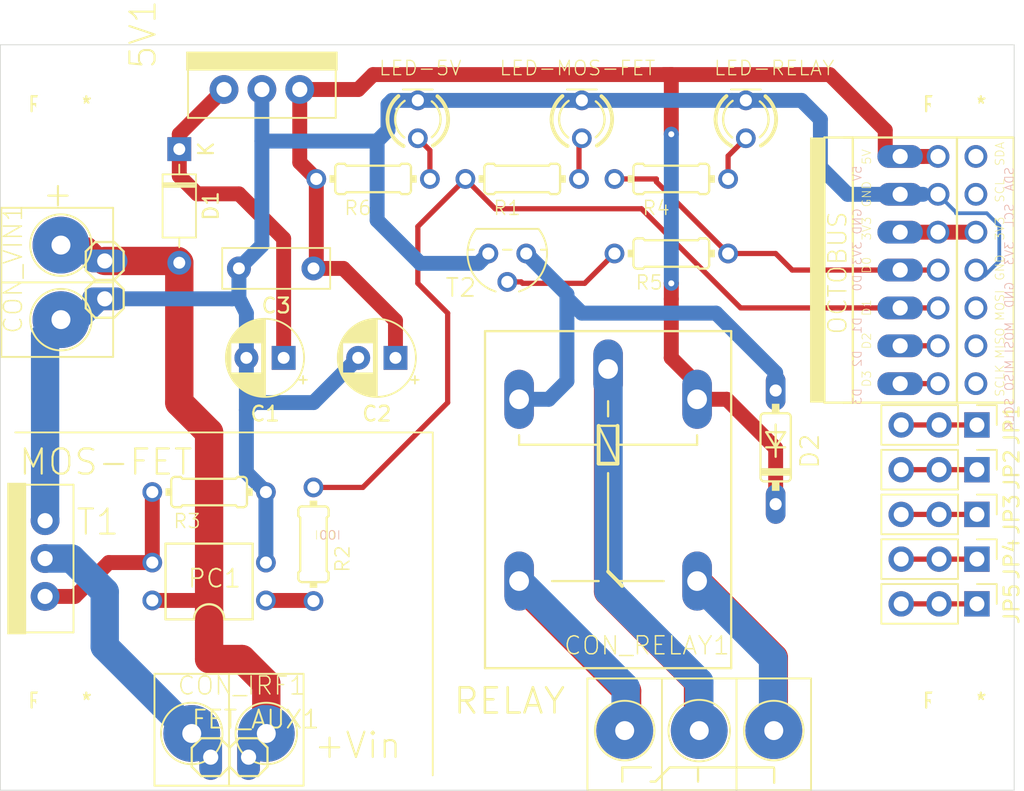
<source format=kicad_pcb>
(kicad_pcb (version 20171130) (host pcbnew "(5.1.5)-3")

  (general
    (thickness 1.6)
    (drawings 25)
    (tracks 185)
    (zones 0)
    (modules 34)
    (nets 31)
  )

  (page A4)
  (layers
    (0 Top signal)
    (31 Bottom signal)
    (32 B.Adhes user)
    (33 F.Adhes user)
    (34 B.Paste user)
    (35 F.Paste user)
    (36 B.SilkS user)
    (37 F.SilkS user)
    (38 B.Mask user)
    (39 F.Mask user)
    (40 Dwgs.User user)
    (41 Cmts.User user)
    (42 Eco1.User user)
    (43 Eco2.User user)
    (44 Edge.Cuts user)
    (45 Margin user)
    (46 B.CrtYd user hide)
    (47 F.CrtYd user)
    (48 B.Fab user hide)
    (49 F.Fab user hide)
  )

  (setup
    (last_trace_width 1.9)
    (user_trace_width 0.35)
    (user_trace_width 1)
    (user_trace_width 1.9)
    (trace_clearance 0.1524)
    (zone_clearance 0.508)
    (zone_45_only no)
    (trace_min 0.2)
    (via_size 0.8)
    (via_drill 0.4)
    (via_min_size 0.4)
    (via_min_drill 0.3)
    (uvia_size 0.3)
    (uvia_drill 0.1)
    (uvias_allowed no)
    (uvia_min_size 0.2)
    (uvia_min_drill 0.1)
    (edge_width 0.05)
    (segment_width 0.2)
    (pcb_text_width 0.3)
    (pcb_text_size 1.5 1.5)
    (mod_edge_width 0.12)
    (mod_text_size 1 1)
    (mod_text_width 0.15)
    (pad_size 1.524 1.524)
    (pad_drill 0.762)
    (pad_to_mask_clearance 0.051)
    (solder_mask_min_width 0.25)
    (aux_axis_origin 0 0)
    (visible_elements 7FFFFFFF)
    (pcbplotparams
      (layerselection 0x010fc_ffffffff)
      (usegerberextensions false)
      (usegerberattributes false)
      (usegerberadvancedattributes false)
      (creategerberjobfile false)
      (excludeedgelayer true)
      (linewidth 0.100000)
      (plotframeref false)
      (viasonmask false)
      (mode 1)
      (useauxorigin false)
      (hpglpennumber 1)
      (hpglpenspeed 20)
      (hpglpendiameter 15.000000)
      (psnegative false)
      (psa4output false)
      (plotreference true)
      (plotvalue true)
      (plotinvisibletext false)
      (padsonsilk false)
      (subtractmaskfromsilk false)
      (outputformat 1)
      (mirror false)
      (drillshape 0)
      (scaleselection 1)
      (outputdirectory ""))
  )

  (net 0 "")
  (net 1 GND)
  (net 2 /VIN)
  (net 3 /MFET_IN)
  (net 4 /RELAY1_IN)
  (net 5 "Net-(LED_RELAY1-PadA)")
  (net 6 "Net-(CON_RELAY1-Pad3)")
  (net 7 "Net-(CON_RELAY1-Pad1)")
  (net 8 "Net-(CON_RELAY1-Pad2)")
  (net 9 "Net-(CON_IRF1-Pad1)")
  (net 10 "Net-(PC1-Pad3)")
  (net 11 "Net-(PC1-Pad1)")
  (net 12 "Net-(R5-Pad2)")
  (net 13 "Net-(U1-PadI2C_SDA)")
  (net 14 "Net-(U1-PadI2C_SCL)")
  (net 15 "Net-(U1-Pad3V3)")
  (net 16 "Net-(U1-PadSPI_MOSI)")
  (net 17 "Net-(U1-PadSPI_MISO)")
  (net 18 "Net-(U1-PadSPI_SCLK)")
  (net 19 "Net-(U1-PadD3)")
  (net 20 "Net-(U1-PadD2)")
  (net 21 "Net-(5V1-Pad1)")
  (net 22 5V)
  (net 23 "Net-(LED_RELAY3-PadA)")
  (net 24 "Net-(LED_MOS_FET1-PadA)")
  (net 25 "Net-(D2-PadA)")
  (net 26 "Net-(JP1-Pad1)")
  (net 27 "Net-(JP2-Pad1)")
  (net 28 "Net-(JP3-Pad1)")
  (net 29 "Net-(JP4-Pad1)")
  (net 30 "Net-(JP5-Pad1)")

  (net_class Default "Toto je výchozí třída sítě."
    (clearance 0.1524)
    (trace_width 0.25)
    (via_dia 0.8)
    (via_drill 0.4)
    (uvia_dia 0.3)
    (uvia_drill 0.1)
    (add_net /MFET_IN)
    (add_net /RELAY1_IN)
    (add_net /VIN)
    (add_net 5V)
    (add_net GND)
    (add_net "Net-(5V1-Pad1)")
    (add_net "Net-(CON_IRF1-Pad1)")
    (add_net "Net-(CON_RELAY1-Pad1)")
    (add_net "Net-(CON_RELAY1-Pad2)")
    (add_net "Net-(CON_RELAY1-Pad3)")
    (add_net "Net-(D2-PadA)")
    (add_net "Net-(JP1-Pad1)")
    (add_net "Net-(JP2-Pad1)")
    (add_net "Net-(JP3-Pad1)")
    (add_net "Net-(JP4-Pad1)")
    (add_net "Net-(JP5-Pad1)")
    (add_net "Net-(LED_MOS_FET1-PadA)")
    (add_net "Net-(LED_RELAY1-PadA)")
    (add_net "Net-(LED_RELAY3-PadA)")
    (add_net "Net-(PC1-Pad1)")
    (add_net "Net-(PC1-Pad3)")
    (add_net "Net-(R5-Pad2)")
    (add_net "Net-(U1-Pad3V3)")
    (add_net "Net-(U1-PadD2)")
    (add_net "Net-(U1-PadD3)")
    (add_net "Net-(U1-PadI2C_SCL)")
    (add_net "Net-(U1-PadI2C_SDA)")
    (add_net "Net-(U1-PadSPI_MISO)")
    (add_net "Net-(U1-PadSPI_MOSI)")
    (add_net "Net-(U1-PadSPI_SCLK)")
  )

  (module MountingHole:MountingHole_3.2mm_M3_ISO7380 (layer Top) (tedit 56D1B4CB) (tstamp 5EDDDF0F)
    (at 264 94)
    (descr "Mounting Hole 3.2mm, no annular, M3, ISO7380")
    (tags "mounting hole 3.2mm no annular m3 iso7380")
    (attr virtual)
    (fp_text reference REF** (at 0 0) (layer F.SilkS)
      (effects (font (size 1 1) (thickness 0.15)))
    )
    (fp_text value MountingHole_3.2mm_M3_ISO7380 (at 0 3.85) (layer F.Fab)
      (effects (font (size 1 1) (thickness 0.15)))
    )
    (fp_circle (center 0 0) (end 3.1 0) (layer F.CrtYd) (width 0.05))
    (fp_circle (center 0 0) (end 2.85 0) (layer Cmts.User) (width 0.15))
    (fp_text user %R (at 0.3 0) (layer F.Fab)
      (effects (font (size 1 1) (thickness 0.15)))
    )
    (pad 1 np_thru_hole circle (at 0 0) (size 3.2 3.2) (drill 3.2) (layers *.Cu *.Mask))
  )

  (module MountingHole:MountingHole_3.2mm_M3_ISO7380 (layer Top) (tedit 56D1B4CB) (tstamp 5EDDDEF2)
    (at 204 94)
    (descr "Mounting Hole 3.2mm, no annular, M3, ISO7380")
    (tags "mounting hole 3.2mm no annular m3 iso7380")
    (attr virtual)
    (fp_text reference REF** (at 0 0) (layer F.SilkS)
      (effects (font (size 1 1) (thickness 0.15)))
    )
    (fp_text value MountingHole_3.2mm_M3_ISO7380 (at 0 3.85) (layer F.Fab)
      (effects (font (size 1 1) (thickness 0.15)))
    )
    (fp_circle (center 0 0) (end 3.1 0) (layer F.CrtYd) (width 0.05))
    (fp_circle (center 0 0) (end 2.85 0) (layer Cmts.User) (width 0.15))
    (fp_text user %R (at 0.3 0) (layer F.Fab)
      (effects (font (size 1 1) (thickness 0.15)))
    )
    (pad 1 np_thru_hole circle (at 0 0) (size 3.2 3.2) (drill 3.2) (layers *.Cu *.Mask))
  )

  (module MountingHole:MountingHole_3.2mm_M3_ISO7380 (layer Top) (tedit 56D1B4CB) (tstamp 5EDDDED5)
    (at 264 134)
    (descr "Mounting Hole 3.2mm, no annular, M3, ISO7380")
    (tags "mounting hole 3.2mm no annular m3 iso7380")
    (attr virtual)
    (fp_text reference REF** (at 0 0) (layer F.SilkS)
      (effects (font (size 1 1) (thickness 0.15)))
    )
    (fp_text value MountingHole_3.2mm_M3_ISO7380 (at 0 3.85) (layer F.Fab)
      (effects (font (size 1 1) (thickness 0.15)))
    )
    (fp_circle (center 0 0) (end 3.1 0) (layer F.CrtYd) (width 0.05))
    (fp_circle (center 0 0) (end 2.85 0) (layer Cmts.User) (width 0.15))
    (fp_text user %R (at 0.3 0) (layer F.Fab)
      (effects (font (size 1 1) (thickness 0.15)))
    )
    (pad 1 np_thru_hole circle (at 0 0) (size 3.2 3.2) (drill 3.2) (layers *.Cu *.Mask))
  )

  (module MountingHole:MountingHole_3.2mm_M3_ISO7380 (layer Top) (tedit 56D1B4CB) (tstamp 5EDDDEB8)
    (at 204 134)
    (descr "Mounting Hole 3.2mm, no annular, M3, ISO7380")
    (tags "mounting hole 3.2mm no annular m3 iso7380")
    (attr virtual)
    (fp_text reference REF** (at 0 0) (layer F.SilkS)
      (effects (font (size 1 1) (thickness 0.15)))
    )
    (fp_text value MountingHole_3.2mm_M3_ISO7380 (at 0 3.85) (layer F.Fab)
      (effects (font (size 1 1) (thickness 0.15)))
    )
    (fp_circle (center 0 0) (end 3.1 0) (layer F.CrtYd) (width 0.05))
    (fp_circle (center 0 0) (end 2.85 0) (layer Cmts.User) (width 0.15))
    (fp_text user %R (at 0.3 0) (layer F.Fab)
      (effects (font (size 1 1) (thickness 0.15)))
    )
    (pad 1 np_thru_hole circle (at 0 0) (size 3.2 3.2) (drill 3.2) (layers *.Cu *.Mask))
  )

  (module Connector_PinHeader_2.54mm:PinHeader_1x03_P2.54mm_Vertical (layer Top) (tedit 59FED5CC) (tstamp 5EDD9DCA)
    (at 265.5 127.5 270)
    (descr "Through hole straight pin header, 1x03, 2.54mm pitch, single row")
    (tags "Through hole pin header THT 1x03 2.54mm single row")
    (path /5EE2CC75)
    (fp_text reference JP5 (at 0 -2.33 90) (layer F.SilkS)
      (effects (font (size 1 1) (thickness 0.15)))
    )
    (fp_text value PINHD-1X3 (at 0 7.41 90) (layer F.Fab)
      (effects (font (size 1 1) (thickness 0.15)))
    )
    (fp_text user %R (at 0 2.54) (layer F.Fab)
      (effects (font (size 1 1) (thickness 0.15)))
    )
    (fp_line (start 1.8 -1.8) (end -1.8 -1.8) (layer F.CrtYd) (width 0.05))
    (fp_line (start 1.8 6.85) (end 1.8 -1.8) (layer F.CrtYd) (width 0.05))
    (fp_line (start -1.8 6.85) (end 1.8 6.85) (layer F.CrtYd) (width 0.05))
    (fp_line (start -1.8 -1.8) (end -1.8 6.85) (layer F.CrtYd) (width 0.05))
    (fp_line (start -1.33 -1.33) (end 0 -1.33) (layer F.SilkS) (width 0.12))
    (fp_line (start -1.33 0) (end -1.33 -1.33) (layer F.SilkS) (width 0.12))
    (fp_line (start -1.33 1.27) (end 1.33 1.27) (layer F.SilkS) (width 0.12))
    (fp_line (start 1.33 1.27) (end 1.33 6.41) (layer F.SilkS) (width 0.12))
    (fp_line (start -1.33 1.27) (end -1.33 6.41) (layer F.SilkS) (width 0.12))
    (fp_line (start -1.33 6.41) (end 1.33 6.41) (layer F.SilkS) (width 0.12))
    (fp_line (start -1.27 -0.635) (end -0.635 -1.27) (layer F.Fab) (width 0.1))
    (fp_line (start -1.27 6.35) (end -1.27 -0.635) (layer F.Fab) (width 0.1))
    (fp_line (start 1.27 6.35) (end -1.27 6.35) (layer F.Fab) (width 0.1))
    (fp_line (start 1.27 -1.27) (end 1.27 6.35) (layer F.Fab) (width 0.1))
    (fp_line (start -0.635 -1.27) (end 1.27 -1.27) (layer F.Fab) (width 0.1))
    (pad 3 thru_hole oval (at 0 5.08 270) (size 1.7 1.7) (drill 1) (layers *.Cu *.Mask)
      (net 30 "Net-(JP5-Pad1)"))
    (pad 2 thru_hole oval (at 0 2.54 270) (size 1.7 1.7) (drill 1) (layers *.Cu *.Mask)
      (net 30 "Net-(JP5-Pad1)"))
    (pad 1 thru_hole rect (at 0 0 270) (size 1.7 1.7) (drill 1) (layers *.Cu *.Mask)
      (net 30 "Net-(JP5-Pad1)"))
    (model ${KISYS3DMOD}/Connector_PinHeader_2.54mm.3dshapes/PinHeader_1x03_P2.54mm_Vertical.wrl
      (at (xyz 0 0 0))
      (scale (xyz 1 1 1))
      (rotate (xyz 0 0 0))
    )
  )

  (module Connector_PinHeader_2.54mm:PinHeader_1x03_P2.54mm_Vertical (layer Top) (tedit 59FED5CC) (tstamp 5EDD9DB3)
    (at 265.5 124.5 270)
    (descr "Through hole straight pin header, 1x03, 2.54mm pitch, single row")
    (tags "Through hole pin header THT 1x03 2.54mm single row")
    (path /5EE2B0CD)
    (fp_text reference JP4 (at 0 -2.33 90) (layer F.SilkS)
      (effects (font (size 1 1) (thickness 0.15)))
    )
    (fp_text value PINHD-1X3 (at 0 7.41 90) (layer F.Fab)
      (effects (font (size 1 1) (thickness 0.15)))
    )
    (fp_text user %R (at 0 2.54) (layer F.Fab)
      (effects (font (size 1 1) (thickness 0.15)))
    )
    (fp_line (start 1.8 -1.8) (end -1.8 -1.8) (layer F.CrtYd) (width 0.05))
    (fp_line (start 1.8 6.85) (end 1.8 -1.8) (layer F.CrtYd) (width 0.05))
    (fp_line (start -1.8 6.85) (end 1.8 6.85) (layer F.CrtYd) (width 0.05))
    (fp_line (start -1.8 -1.8) (end -1.8 6.85) (layer F.CrtYd) (width 0.05))
    (fp_line (start -1.33 -1.33) (end 0 -1.33) (layer F.SilkS) (width 0.12))
    (fp_line (start -1.33 0) (end -1.33 -1.33) (layer F.SilkS) (width 0.12))
    (fp_line (start -1.33 1.27) (end 1.33 1.27) (layer F.SilkS) (width 0.12))
    (fp_line (start 1.33 1.27) (end 1.33 6.41) (layer F.SilkS) (width 0.12))
    (fp_line (start -1.33 1.27) (end -1.33 6.41) (layer F.SilkS) (width 0.12))
    (fp_line (start -1.33 6.41) (end 1.33 6.41) (layer F.SilkS) (width 0.12))
    (fp_line (start -1.27 -0.635) (end -0.635 -1.27) (layer F.Fab) (width 0.1))
    (fp_line (start -1.27 6.35) (end -1.27 -0.635) (layer F.Fab) (width 0.1))
    (fp_line (start 1.27 6.35) (end -1.27 6.35) (layer F.Fab) (width 0.1))
    (fp_line (start 1.27 -1.27) (end 1.27 6.35) (layer F.Fab) (width 0.1))
    (fp_line (start -0.635 -1.27) (end 1.27 -1.27) (layer F.Fab) (width 0.1))
    (pad 3 thru_hole oval (at 0 5.08 270) (size 1.7 1.7) (drill 1) (layers *.Cu *.Mask)
      (net 29 "Net-(JP4-Pad1)"))
    (pad 2 thru_hole oval (at 0 2.54 270) (size 1.7 1.7) (drill 1) (layers *.Cu *.Mask)
      (net 29 "Net-(JP4-Pad1)"))
    (pad 1 thru_hole rect (at 0 0 270) (size 1.7 1.7) (drill 1) (layers *.Cu *.Mask)
      (net 29 "Net-(JP4-Pad1)"))
    (model ${KISYS3DMOD}/Connector_PinHeader_2.54mm.3dshapes/PinHeader_1x03_P2.54mm_Vertical.wrl
      (at (xyz 0 0 0))
      (scale (xyz 1 1 1))
      (rotate (xyz 0 0 0))
    )
  )

  (module Connector_PinHeader_2.54mm:PinHeader_1x03_P2.54mm_Vertical (layer Top) (tedit 59FED5CC) (tstamp 5EDD9D9C)
    (at 265.5 121.5 270)
    (descr "Through hole straight pin header, 1x03, 2.54mm pitch, single row")
    (tags "Through hole pin header THT 1x03 2.54mm single row")
    (path /5EE29344)
    (fp_text reference JP3 (at 0 -2.33 90) (layer F.SilkS)
      (effects (font (size 1 1) (thickness 0.15)))
    )
    (fp_text value PINHD-1X3 (at 0 7.41 90) (layer F.Fab)
      (effects (font (size 1 1) (thickness 0.15)))
    )
    (fp_text user %R (at 0 2.54) (layer F.Fab)
      (effects (font (size 1 1) (thickness 0.15)))
    )
    (fp_line (start 1.8 -1.8) (end -1.8 -1.8) (layer F.CrtYd) (width 0.05))
    (fp_line (start 1.8 6.85) (end 1.8 -1.8) (layer F.CrtYd) (width 0.05))
    (fp_line (start -1.8 6.85) (end 1.8 6.85) (layer F.CrtYd) (width 0.05))
    (fp_line (start -1.8 -1.8) (end -1.8 6.85) (layer F.CrtYd) (width 0.05))
    (fp_line (start -1.33 -1.33) (end 0 -1.33) (layer F.SilkS) (width 0.12))
    (fp_line (start -1.33 0) (end -1.33 -1.33) (layer F.SilkS) (width 0.12))
    (fp_line (start -1.33 1.27) (end 1.33 1.27) (layer F.SilkS) (width 0.12))
    (fp_line (start 1.33 1.27) (end 1.33 6.41) (layer F.SilkS) (width 0.12))
    (fp_line (start -1.33 1.27) (end -1.33 6.41) (layer F.SilkS) (width 0.12))
    (fp_line (start -1.33 6.41) (end 1.33 6.41) (layer F.SilkS) (width 0.12))
    (fp_line (start -1.27 -0.635) (end -0.635 -1.27) (layer F.Fab) (width 0.1))
    (fp_line (start -1.27 6.35) (end -1.27 -0.635) (layer F.Fab) (width 0.1))
    (fp_line (start 1.27 6.35) (end -1.27 6.35) (layer F.Fab) (width 0.1))
    (fp_line (start 1.27 -1.27) (end 1.27 6.35) (layer F.Fab) (width 0.1))
    (fp_line (start -0.635 -1.27) (end 1.27 -1.27) (layer F.Fab) (width 0.1))
    (pad 3 thru_hole oval (at 0 5.08 270) (size 1.7 1.7) (drill 1) (layers *.Cu *.Mask)
      (net 28 "Net-(JP3-Pad1)"))
    (pad 2 thru_hole oval (at 0 2.54 270) (size 1.7 1.7) (drill 1) (layers *.Cu *.Mask)
      (net 28 "Net-(JP3-Pad1)"))
    (pad 1 thru_hole rect (at 0 0 270) (size 1.7 1.7) (drill 1) (layers *.Cu *.Mask)
      (net 28 "Net-(JP3-Pad1)"))
    (model ${KISYS3DMOD}/Connector_PinHeader_2.54mm.3dshapes/PinHeader_1x03_P2.54mm_Vertical.wrl
      (at (xyz 0 0 0))
      (scale (xyz 1 1 1))
      (rotate (xyz 0 0 0))
    )
  )

  (module Connector_PinHeader_2.54mm:PinHeader_1x03_P2.54mm_Vertical (layer Top) (tedit 59FED5CC) (tstamp 5EDD9D85)
    (at 265.5 118.5 270)
    (descr "Through hole straight pin header, 1x03, 2.54mm pitch, single row")
    (tags "Through hole pin header THT 1x03 2.54mm single row")
    (path /5EE277B0)
    (fp_text reference JP2 (at 0 -2.33 90) (layer F.SilkS)
      (effects (font (size 1 1) (thickness 0.15)))
    )
    (fp_text value PINHD-1X3 (at 0 7.41 90) (layer F.Fab)
      (effects (font (size 1 1) (thickness 0.15)))
    )
    (fp_text user %R (at 0 2.54) (layer F.Fab)
      (effects (font (size 1 1) (thickness 0.15)))
    )
    (fp_line (start 1.8 -1.8) (end -1.8 -1.8) (layer F.CrtYd) (width 0.05))
    (fp_line (start 1.8 6.85) (end 1.8 -1.8) (layer F.CrtYd) (width 0.05))
    (fp_line (start -1.8 6.85) (end 1.8 6.85) (layer F.CrtYd) (width 0.05))
    (fp_line (start -1.8 -1.8) (end -1.8 6.85) (layer F.CrtYd) (width 0.05))
    (fp_line (start -1.33 -1.33) (end 0 -1.33) (layer F.SilkS) (width 0.12))
    (fp_line (start -1.33 0) (end -1.33 -1.33) (layer F.SilkS) (width 0.12))
    (fp_line (start -1.33 1.27) (end 1.33 1.27) (layer F.SilkS) (width 0.12))
    (fp_line (start 1.33 1.27) (end 1.33 6.41) (layer F.SilkS) (width 0.12))
    (fp_line (start -1.33 1.27) (end -1.33 6.41) (layer F.SilkS) (width 0.12))
    (fp_line (start -1.33 6.41) (end 1.33 6.41) (layer F.SilkS) (width 0.12))
    (fp_line (start -1.27 -0.635) (end -0.635 -1.27) (layer F.Fab) (width 0.1))
    (fp_line (start -1.27 6.35) (end -1.27 -0.635) (layer F.Fab) (width 0.1))
    (fp_line (start 1.27 6.35) (end -1.27 6.35) (layer F.Fab) (width 0.1))
    (fp_line (start 1.27 -1.27) (end 1.27 6.35) (layer F.Fab) (width 0.1))
    (fp_line (start -0.635 -1.27) (end 1.27 -1.27) (layer F.Fab) (width 0.1))
    (pad 3 thru_hole oval (at 0 5.08 270) (size 1.7 1.7) (drill 1) (layers *.Cu *.Mask)
      (net 27 "Net-(JP2-Pad1)"))
    (pad 2 thru_hole oval (at 0 2.54 270) (size 1.7 1.7) (drill 1) (layers *.Cu *.Mask)
      (net 27 "Net-(JP2-Pad1)"))
    (pad 1 thru_hole rect (at 0 0 270) (size 1.7 1.7) (drill 1) (layers *.Cu *.Mask)
      (net 27 "Net-(JP2-Pad1)"))
    (model ${KISYS3DMOD}/Connector_PinHeader_2.54mm.3dshapes/PinHeader_1x03_P2.54mm_Vertical.wrl
      (at (xyz 0 0 0))
      (scale (xyz 1 1 1))
      (rotate (xyz 0 0 0))
    )
  )

  (module Connector_PinHeader_2.54mm:PinHeader_1x03_P2.54mm_Vertical (layer Top) (tedit 59FED5CC) (tstamp 5EDD9D6E)
    (at 265.5 115.5 270)
    (descr "Through hole straight pin header, 1x03, 2.54mm pitch, single row")
    (tags "Through hole pin header THT 1x03 2.54mm single row")
    (path /5EE204C8)
    (fp_text reference JP1 (at 0 -2.33 90) (layer F.SilkS)
      (effects (font (size 1 1) (thickness 0.15)))
    )
    (fp_text value PINHD-1X3 (at 0 7.41 90) (layer F.Fab)
      (effects (font (size 1 1) (thickness 0.15)))
    )
    (fp_text user %R (at 0 2.54) (layer F.Fab)
      (effects (font (size 1 1) (thickness 0.15)))
    )
    (fp_line (start 1.8 -1.8) (end -1.8 -1.8) (layer F.CrtYd) (width 0.05))
    (fp_line (start 1.8 6.85) (end 1.8 -1.8) (layer F.CrtYd) (width 0.05))
    (fp_line (start -1.8 6.85) (end 1.8 6.85) (layer F.CrtYd) (width 0.05))
    (fp_line (start -1.8 -1.8) (end -1.8 6.85) (layer F.CrtYd) (width 0.05))
    (fp_line (start -1.33 -1.33) (end 0 -1.33) (layer F.SilkS) (width 0.12))
    (fp_line (start -1.33 0) (end -1.33 -1.33) (layer F.SilkS) (width 0.12))
    (fp_line (start -1.33 1.27) (end 1.33 1.27) (layer F.SilkS) (width 0.12))
    (fp_line (start 1.33 1.27) (end 1.33 6.41) (layer F.SilkS) (width 0.12))
    (fp_line (start -1.33 1.27) (end -1.33 6.41) (layer F.SilkS) (width 0.12))
    (fp_line (start -1.33 6.41) (end 1.33 6.41) (layer F.SilkS) (width 0.12))
    (fp_line (start -1.27 -0.635) (end -0.635 -1.27) (layer F.Fab) (width 0.1))
    (fp_line (start -1.27 6.35) (end -1.27 -0.635) (layer F.Fab) (width 0.1))
    (fp_line (start 1.27 6.35) (end -1.27 6.35) (layer F.Fab) (width 0.1))
    (fp_line (start 1.27 -1.27) (end 1.27 6.35) (layer F.Fab) (width 0.1))
    (fp_line (start -0.635 -1.27) (end 1.27 -1.27) (layer F.Fab) (width 0.1))
    (pad 3 thru_hole oval (at 0 5.08 270) (size 1.7 1.7) (drill 1) (layers *.Cu *.Mask)
      (net 26 "Net-(JP1-Pad1)"))
    (pad 2 thru_hole oval (at 0 2.54 270) (size 1.7 1.7) (drill 1) (layers *.Cu *.Mask)
      (net 26 "Net-(JP1-Pad1)"))
    (pad 1 thru_hole rect (at 0 0 270) (size 1.7 1.7) (drill 1) (layers *.Cu *.Mask)
      (net 26 "Net-(JP1-Pad1)"))
    (model ${KISYS3DMOD}/Connector_PinHeader_2.54mm.3dshapes/PinHeader_1x03_P2.54mm_Vertical.wrl
      (at (xyz 0 0 0))
      (scale (xyz 1 1 1))
      (rotate (xyz 0 0 0))
    )
  )

  (module Capacitor_THT:C_Rect_L7.0mm_W2.5mm_P5.00mm (layer Top) (tedit 5AE50EF0) (tstamp 5EDCCA1B)
    (at 221 105 180)
    (descr "C, Rect series, Radial, pin pitch=5.00mm, , length*width=7*2.5mm^2, Capacitor")
    (tags "C Rect series Radial pin pitch 5.00mm  length 7mm width 2.5mm Capacitor")
    (path /5EDE12AB)
    (fp_text reference C3 (at 2.5 -2.5) (layer F.SilkS)
      (effects (font (size 1 1) (thickness 0.15)))
    )
    (fp_text value C (at 2.5 2.5) (layer F.Fab)
      (effects (font (size 1 1) (thickness 0.15)))
    )
    (fp_text user %R (at 2.5 0) (layer F.Fab)
      (effects (font (size 1 1) (thickness 0.15)))
    )
    (fp_line (start 6.25 -1.5) (end -1.25 -1.5) (layer F.CrtYd) (width 0.05))
    (fp_line (start 6.25 1.5) (end 6.25 -1.5) (layer F.CrtYd) (width 0.05))
    (fp_line (start -1.25 1.5) (end 6.25 1.5) (layer F.CrtYd) (width 0.05))
    (fp_line (start -1.25 -1.5) (end -1.25 1.5) (layer F.CrtYd) (width 0.05))
    (fp_line (start 6.12 -1.37) (end 6.12 1.37) (layer F.SilkS) (width 0.12))
    (fp_line (start -1.12 -1.37) (end -1.12 1.37) (layer F.SilkS) (width 0.12))
    (fp_line (start -1.12 1.37) (end 6.12 1.37) (layer F.SilkS) (width 0.12))
    (fp_line (start -1.12 -1.37) (end 6.12 -1.37) (layer F.SilkS) (width 0.12))
    (fp_line (start 6 -1.25) (end -1 -1.25) (layer F.Fab) (width 0.1))
    (fp_line (start 6 1.25) (end 6 -1.25) (layer F.Fab) (width 0.1))
    (fp_line (start -1 1.25) (end 6 1.25) (layer F.Fab) (width 0.1))
    (fp_line (start -1 -1.25) (end -1 1.25) (layer F.Fab) (width 0.1))
    (pad 2 thru_hole circle (at 5 0 180) (size 1.6 1.6) (drill 0.8) (layers *.Cu *.Mask)
      (net 1 GND))
    (pad 1 thru_hole circle (at 0 0 180) (size 1.6 1.6) (drill 0.8) (layers *.Cu *.Mask)
      (net 22 5V))
    (model ${KISYS3DMOD}/Capacitor_THT.3dshapes/C_Rect_L7.0mm_W2.5mm_P5.00mm.wrl
      (at (xyz 0 0 0))
      (scale (xyz 1 1 1))
      (rotate (xyz 0 0 0))
    )
  )

  (module Capacitor_THT:CP_Radial_D5.0mm_P2.50mm (layer Top) (tedit 5AE50EF0) (tstamp 5EDD2E00)
    (at 226.5 111 180)
    (descr "CP, Radial series, Radial, pin pitch=2.50mm, , diameter=5mm, Electrolytic Capacitor")
    (tags "CP Radial series Radial pin pitch 2.50mm  diameter 5mm Electrolytic Capacitor")
    (path /5EE46A54)
    (fp_text reference C2 (at 1.25 -3.75) (layer F.SilkS)
      (effects (font (size 1 1) (thickness 0.15)))
    )
    (fp_text value C (at 1.25 3.75) (layer F.Fab)
      (effects (font (size 1 1) (thickness 0.15)))
    )
    (fp_text user %R (at 1.25 0) (layer F.Fab)
      (effects (font (size 1 1) (thickness 0.15)))
    )
    (fp_line (start -1.304775 -1.725) (end -1.304775 -1.225) (layer F.SilkS) (width 0.12))
    (fp_line (start -1.554775 -1.475) (end -1.054775 -1.475) (layer F.SilkS) (width 0.12))
    (fp_line (start 3.851 -0.284) (end 3.851 0.284) (layer F.SilkS) (width 0.12))
    (fp_line (start 3.811 -0.518) (end 3.811 0.518) (layer F.SilkS) (width 0.12))
    (fp_line (start 3.771 -0.677) (end 3.771 0.677) (layer F.SilkS) (width 0.12))
    (fp_line (start 3.731 -0.805) (end 3.731 0.805) (layer F.SilkS) (width 0.12))
    (fp_line (start 3.691 -0.915) (end 3.691 0.915) (layer F.SilkS) (width 0.12))
    (fp_line (start 3.651 -1.011) (end 3.651 1.011) (layer F.SilkS) (width 0.12))
    (fp_line (start 3.611 -1.098) (end 3.611 1.098) (layer F.SilkS) (width 0.12))
    (fp_line (start 3.571 -1.178) (end 3.571 1.178) (layer F.SilkS) (width 0.12))
    (fp_line (start 3.531 1.04) (end 3.531 1.251) (layer F.SilkS) (width 0.12))
    (fp_line (start 3.531 -1.251) (end 3.531 -1.04) (layer F.SilkS) (width 0.12))
    (fp_line (start 3.491 1.04) (end 3.491 1.319) (layer F.SilkS) (width 0.12))
    (fp_line (start 3.491 -1.319) (end 3.491 -1.04) (layer F.SilkS) (width 0.12))
    (fp_line (start 3.451 1.04) (end 3.451 1.383) (layer F.SilkS) (width 0.12))
    (fp_line (start 3.451 -1.383) (end 3.451 -1.04) (layer F.SilkS) (width 0.12))
    (fp_line (start 3.411 1.04) (end 3.411 1.443) (layer F.SilkS) (width 0.12))
    (fp_line (start 3.411 -1.443) (end 3.411 -1.04) (layer F.SilkS) (width 0.12))
    (fp_line (start 3.371 1.04) (end 3.371 1.5) (layer F.SilkS) (width 0.12))
    (fp_line (start 3.371 -1.5) (end 3.371 -1.04) (layer F.SilkS) (width 0.12))
    (fp_line (start 3.331 1.04) (end 3.331 1.554) (layer F.SilkS) (width 0.12))
    (fp_line (start 3.331 -1.554) (end 3.331 -1.04) (layer F.SilkS) (width 0.12))
    (fp_line (start 3.291 1.04) (end 3.291 1.605) (layer F.SilkS) (width 0.12))
    (fp_line (start 3.291 -1.605) (end 3.291 -1.04) (layer F.SilkS) (width 0.12))
    (fp_line (start 3.251 1.04) (end 3.251 1.653) (layer F.SilkS) (width 0.12))
    (fp_line (start 3.251 -1.653) (end 3.251 -1.04) (layer F.SilkS) (width 0.12))
    (fp_line (start 3.211 1.04) (end 3.211 1.699) (layer F.SilkS) (width 0.12))
    (fp_line (start 3.211 -1.699) (end 3.211 -1.04) (layer F.SilkS) (width 0.12))
    (fp_line (start 3.171 1.04) (end 3.171 1.743) (layer F.SilkS) (width 0.12))
    (fp_line (start 3.171 -1.743) (end 3.171 -1.04) (layer F.SilkS) (width 0.12))
    (fp_line (start 3.131 1.04) (end 3.131 1.785) (layer F.SilkS) (width 0.12))
    (fp_line (start 3.131 -1.785) (end 3.131 -1.04) (layer F.SilkS) (width 0.12))
    (fp_line (start 3.091 1.04) (end 3.091 1.826) (layer F.SilkS) (width 0.12))
    (fp_line (start 3.091 -1.826) (end 3.091 -1.04) (layer F.SilkS) (width 0.12))
    (fp_line (start 3.051 1.04) (end 3.051 1.864) (layer F.SilkS) (width 0.12))
    (fp_line (start 3.051 -1.864) (end 3.051 -1.04) (layer F.SilkS) (width 0.12))
    (fp_line (start 3.011 1.04) (end 3.011 1.901) (layer F.SilkS) (width 0.12))
    (fp_line (start 3.011 -1.901) (end 3.011 -1.04) (layer F.SilkS) (width 0.12))
    (fp_line (start 2.971 1.04) (end 2.971 1.937) (layer F.SilkS) (width 0.12))
    (fp_line (start 2.971 -1.937) (end 2.971 -1.04) (layer F.SilkS) (width 0.12))
    (fp_line (start 2.931 1.04) (end 2.931 1.971) (layer F.SilkS) (width 0.12))
    (fp_line (start 2.931 -1.971) (end 2.931 -1.04) (layer F.SilkS) (width 0.12))
    (fp_line (start 2.891 1.04) (end 2.891 2.004) (layer F.SilkS) (width 0.12))
    (fp_line (start 2.891 -2.004) (end 2.891 -1.04) (layer F.SilkS) (width 0.12))
    (fp_line (start 2.851 1.04) (end 2.851 2.035) (layer F.SilkS) (width 0.12))
    (fp_line (start 2.851 -2.035) (end 2.851 -1.04) (layer F.SilkS) (width 0.12))
    (fp_line (start 2.811 1.04) (end 2.811 2.065) (layer F.SilkS) (width 0.12))
    (fp_line (start 2.811 -2.065) (end 2.811 -1.04) (layer F.SilkS) (width 0.12))
    (fp_line (start 2.771 1.04) (end 2.771 2.095) (layer F.SilkS) (width 0.12))
    (fp_line (start 2.771 -2.095) (end 2.771 -1.04) (layer F.SilkS) (width 0.12))
    (fp_line (start 2.731 1.04) (end 2.731 2.122) (layer F.SilkS) (width 0.12))
    (fp_line (start 2.731 -2.122) (end 2.731 -1.04) (layer F.SilkS) (width 0.12))
    (fp_line (start 2.691 1.04) (end 2.691 2.149) (layer F.SilkS) (width 0.12))
    (fp_line (start 2.691 -2.149) (end 2.691 -1.04) (layer F.SilkS) (width 0.12))
    (fp_line (start 2.651 1.04) (end 2.651 2.175) (layer F.SilkS) (width 0.12))
    (fp_line (start 2.651 -2.175) (end 2.651 -1.04) (layer F.SilkS) (width 0.12))
    (fp_line (start 2.611 1.04) (end 2.611 2.2) (layer F.SilkS) (width 0.12))
    (fp_line (start 2.611 -2.2) (end 2.611 -1.04) (layer F.SilkS) (width 0.12))
    (fp_line (start 2.571 1.04) (end 2.571 2.224) (layer F.SilkS) (width 0.12))
    (fp_line (start 2.571 -2.224) (end 2.571 -1.04) (layer F.SilkS) (width 0.12))
    (fp_line (start 2.531 1.04) (end 2.531 2.247) (layer F.SilkS) (width 0.12))
    (fp_line (start 2.531 -2.247) (end 2.531 -1.04) (layer F.SilkS) (width 0.12))
    (fp_line (start 2.491 1.04) (end 2.491 2.268) (layer F.SilkS) (width 0.12))
    (fp_line (start 2.491 -2.268) (end 2.491 -1.04) (layer F.SilkS) (width 0.12))
    (fp_line (start 2.451 1.04) (end 2.451 2.29) (layer F.SilkS) (width 0.12))
    (fp_line (start 2.451 -2.29) (end 2.451 -1.04) (layer F.SilkS) (width 0.12))
    (fp_line (start 2.411 1.04) (end 2.411 2.31) (layer F.SilkS) (width 0.12))
    (fp_line (start 2.411 -2.31) (end 2.411 -1.04) (layer F.SilkS) (width 0.12))
    (fp_line (start 2.371 1.04) (end 2.371 2.329) (layer F.SilkS) (width 0.12))
    (fp_line (start 2.371 -2.329) (end 2.371 -1.04) (layer F.SilkS) (width 0.12))
    (fp_line (start 2.331 1.04) (end 2.331 2.348) (layer F.SilkS) (width 0.12))
    (fp_line (start 2.331 -2.348) (end 2.331 -1.04) (layer F.SilkS) (width 0.12))
    (fp_line (start 2.291 1.04) (end 2.291 2.365) (layer F.SilkS) (width 0.12))
    (fp_line (start 2.291 -2.365) (end 2.291 -1.04) (layer F.SilkS) (width 0.12))
    (fp_line (start 2.251 1.04) (end 2.251 2.382) (layer F.SilkS) (width 0.12))
    (fp_line (start 2.251 -2.382) (end 2.251 -1.04) (layer F.SilkS) (width 0.12))
    (fp_line (start 2.211 1.04) (end 2.211 2.398) (layer F.SilkS) (width 0.12))
    (fp_line (start 2.211 -2.398) (end 2.211 -1.04) (layer F.SilkS) (width 0.12))
    (fp_line (start 2.171 1.04) (end 2.171 2.414) (layer F.SilkS) (width 0.12))
    (fp_line (start 2.171 -2.414) (end 2.171 -1.04) (layer F.SilkS) (width 0.12))
    (fp_line (start 2.131 1.04) (end 2.131 2.428) (layer F.SilkS) (width 0.12))
    (fp_line (start 2.131 -2.428) (end 2.131 -1.04) (layer F.SilkS) (width 0.12))
    (fp_line (start 2.091 1.04) (end 2.091 2.442) (layer F.SilkS) (width 0.12))
    (fp_line (start 2.091 -2.442) (end 2.091 -1.04) (layer F.SilkS) (width 0.12))
    (fp_line (start 2.051 1.04) (end 2.051 2.455) (layer F.SilkS) (width 0.12))
    (fp_line (start 2.051 -2.455) (end 2.051 -1.04) (layer F.SilkS) (width 0.12))
    (fp_line (start 2.011 1.04) (end 2.011 2.468) (layer F.SilkS) (width 0.12))
    (fp_line (start 2.011 -2.468) (end 2.011 -1.04) (layer F.SilkS) (width 0.12))
    (fp_line (start 1.971 1.04) (end 1.971 2.48) (layer F.SilkS) (width 0.12))
    (fp_line (start 1.971 -2.48) (end 1.971 -1.04) (layer F.SilkS) (width 0.12))
    (fp_line (start 1.93 1.04) (end 1.93 2.491) (layer F.SilkS) (width 0.12))
    (fp_line (start 1.93 -2.491) (end 1.93 -1.04) (layer F.SilkS) (width 0.12))
    (fp_line (start 1.89 1.04) (end 1.89 2.501) (layer F.SilkS) (width 0.12))
    (fp_line (start 1.89 -2.501) (end 1.89 -1.04) (layer F.SilkS) (width 0.12))
    (fp_line (start 1.85 1.04) (end 1.85 2.511) (layer F.SilkS) (width 0.12))
    (fp_line (start 1.85 -2.511) (end 1.85 -1.04) (layer F.SilkS) (width 0.12))
    (fp_line (start 1.81 1.04) (end 1.81 2.52) (layer F.SilkS) (width 0.12))
    (fp_line (start 1.81 -2.52) (end 1.81 -1.04) (layer F.SilkS) (width 0.12))
    (fp_line (start 1.77 1.04) (end 1.77 2.528) (layer F.SilkS) (width 0.12))
    (fp_line (start 1.77 -2.528) (end 1.77 -1.04) (layer F.SilkS) (width 0.12))
    (fp_line (start 1.73 1.04) (end 1.73 2.536) (layer F.SilkS) (width 0.12))
    (fp_line (start 1.73 -2.536) (end 1.73 -1.04) (layer F.SilkS) (width 0.12))
    (fp_line (start 1.69 1.04) (end 1.69 2.543) (layer F.SilkS) (width 0.12))
    (fp_line (start 1.69 -2.543) (end 1.69 -1.04) (layer F.SilkS) (width 0.12))
    (fp_line (start 1.65 1.04) (end 1.65 2.55) (layer F.SilkS) (width 0.12))
    (fp_line (start 1.65 -2.55) (end 1.65 -1.04) (layer F.SilkS) (width 0.12))
    (fp_line (start 1.61 1.04) (end 1.61 2.556) (layer F.SilkS) (width 0.12))
    (fp_line (start 1.61 -2.556) (end 1.61 -1.04) (layer F.SilkS) (width 0.12))
    (fp_line (start 1.57 1.04) (end 1.57 2.561) (layer F.SilkS) (width 0.12))
    (fp_line (start 1.57 -2.561) (end 1.57 -1.04) (layer F.SilkS) (width 0.12))
    (fp_line (start 1.53 1.04) (end 1.53 2.565) (layer F.SilkS) (width 0.12))
    (fp_line (start 1.53 -2.565) (end 1.53 -1.04) (layer F.SilkS) (width 0.12))
    (fp_line (start 1.49 1.04) (end 1.49 2.569) (layer F.SilkS) (width 0.12))
    (fp_line (start 1.49 -2.569) (end 1.49 -1.04) (layer F.SilkS) (width 0.12))
    (fp_line (start 1.45 -2.573) (end 1.45 2.573) (layer F.SilkS) (width 0.12))
    (fp_line (start 1.41 -2.576) (end 1.41 2.576) (layer F.SilkS) (width 0.12))
    (fp_line (start 1.37 -2.578) (end 1.37 2.578) (layer F.SilkS) (width 0.12))
    (fp_line (start 1.33 -2.579) (end 1.33 2.579) (layer F.SilkS) (width 0.12))
    (fp_line (start 1.29 -2.58) (end 1.29 2.58) (layer F.SilkS) (width 0.12))
    (fp_line (start 1.25 -2.58) (end 1.25 2.58) (layer F.SilkS) (width 0.12))
    (fp_line (start -0.633605 -1.3375) (end -0.633605 -0.8375) (layer F.Fab) (width 0.1))
    (fp_line (start -0.883605 -1.0875) (end -0.383605 -1.0875) (layer F.Fab) (width 0.1))
    (fp_circle (center 1.25 0) (end 4 0) (layer F.CrtYd) (width 0.05))
    (fp_circle (center 1.25 0) (end 3.87 0) (layer F.SilkS) (width 0.12))
    (fp_circle (center 1.25 0) (end 3.75 0) (layer F.Fab) (width 0.1))
    (pad 2 thru_hole circle (at 2.5 0 180) (size 1.6 1.6) (drill 0.8) (layers *.Cu *.Mask)
      (net 1 GND))
    (pad 1 thru_hole rect (at 0 0 180) (size 1.6 1.6) (drill 0.8) (layers *.Cu *.Mask)
      (net 22 5V))
    (model ${KISYS3DMOD}/Capacitor_THT.3dshapes/CP_Radial_D5.0mm_P2.50mm.wrl
      (at (xyz 0 0 0))
      (scale (xyz 1 1 1))
      (rotate (xyz 0 0 0))
    )
  )

  (module Capacitor_THT:CP_Radial_D5.0mm_P2.50mm (layer Top) (tedit 5AE50EF0) (tstamp 5EDD2D57)
    (at 219 111 180)
    (descr "CP, Radial series, Radial, pin pitch=2.50mm, , diameter=5mm, Electrolytic Capacitor")
    (tags "CP Radial series Radial pin pitch 2.50mm  diameter 5mm Electrolytic Capacitor")
    (path /5EE48AC9)
    (fp_text reference C1 (at 1.25 -3.75) (layer F.SilkS)
      (effects (font (size 1 1) (thickness 0.15)))
    )
    (fp_text value C (at 1.25 3.75) (layer F.Fab)
      (effects (font (size 1 1) (thickness 0.15)))
    )
    (fp_text user %R (at 1.25 0) (layer F.Fab)
      (effects (font (size 1 1) (thickness 0.15)))
    )
    (fp_line (start -1.304775 -1.725) (end -1.304775 -1.225) (layer F.SilkS) (width 0.12))
    (fp_line (start -1.554775 -1.475) (end -1.054775 -1.475) (layer F.SilkS) (width 0.12))
    (fp_line (start 3.851 -0.284) (end 3.851 0.284) (layer F.SilkS) (width 0.12))
    (fp_line (start 3.811 -0.518) (end 3.811 0.518) (layer F.SilkS) (width 0.12))
    (fp_line (start 3.771 -0.677) (end 3.771 0.677) (layer F.SilkS) (width 0.12))
    (fp_line (start 3.731 -0.805) (end 3.731 0.805) (layer F.SilkS) (width 0.12))
    (fp_line (start 3.691 -0.915) (end 3.691 0.915) (layer F.SilkS) (width 0.12))
    (fp_line (start 3.651 -1.011) (end 3.651 1.011) (layer F.SilkS) (width 0.12))
    (fp_line (start 3.611 -1.098) (end 3.611 1.098) (layer F.SilkS) (width 0.12))
    (fp_line (start 3.571 -1.178) (end 3.571 1.178) (layer F.SilkS) (width 0.12))
    (fp_line (start 3.531 1.04) (end 3.531 1.251) (layer F.SilkS) (width 0.12))
    (fp_line (start 3.531 -1.251) (end 3.531 -1.04) (layer F.SilkS) (width 0.12))
    (fp_line (start 3.491 1.04) (end 3.491 1.319) (layer F.SilkS) (width 0.12))
    (fp_line (start 3.491 -1.319) (end 3.491 -1.04) (layer F.SilkS) (width 0.12))
    (fp_line (start 3.451 1.04) (end 3.451 1.383) (layer F.SilkS) (width 0.12))
    (fp_line (start 3.451 -1.383) (end 3.451 -1.04) (layer F.SilkS) (width 0.12))
    (fp_line (start 3.411 1.04) (end 3.411 1.443) (layer F.SilkS) (width 0.12))
    (fp_line (start 3.411 -1.443) (end 3.411 -1.04) (layer F.SilkS) (width 0.12))
    (fp_line (start 3.371 1.04) (end 3.371 1.5) (layer F.SilkS) (width 0.12))
    (fp_line (start 3.371 -1.5) (end 3.371 -1.04) (layer F.SilkS) (width 0.12))
    (fp_line (start 3.331 1.04) (end 3.331 1.554) (layer F.SilkS) (width 0.12))
    (fp_line (start 3.331 -1.554) (end 3.331 -1.04) (layer F.SilkS) (width 0.12))
    (fp_line (start 3.291 1.04) (end 3.291 1.605) (layer F.SilkS) (width 0.12))
    (fp_line (start 3.291 -1.605) (end 3.291 -1.04) (layer F.SilkS) (width 0.12))
    (fp_line (start 3.251 1.04) (end 3.251 1.653) (layer F.SilkS) (width 0.12))
    (fp_line (start 3.251 -1.653) (end 3.251 -1.04) (layer F.SilkS) (width 0.12))
    (fp_line (start 3.211 1.04) (end 3.211 1.699) (layer F.SilkS) (width 0.12))
    (fp_line (start 3.211 -1.699) (end 3.211 -1.04) (layer F.SilkS) (width 0.12))
    (fp_line (start 3.171 1.04) (end 3.171 1.743) (layer F.SilkS) (width 0.12))
    (fp_line (start 3.171 -1.743) (end 3.171 -1.04) (layer F.SilkS) (width 0.12))
    (fp_line (start 3.131 1.04) (end 3.131 1.785) (layer F.SilkS) (width 0.12))
    (fp_line (start 3.131 -1.785) (end 3.131 -1.04) (layer F.SilkS) (width 0.12))
    (fp_line (start 3.091 1.04) (end 3.091 1.826) (layer F.SilkS) (width 0.12))
    (fp_line (start 3.091 -1.826) (end 3.091 -1.04) (layer F.SilkS) (width 0.12))
    (fp_line (start 3.051 1.04) (end 3.051 1.864) (layer F.SilkS) (width 0.12))
    (fp_line (start 3.051 -1.864) (end 3.051 -1.04) (layer F.SilkS) (width 0.12))
    (fp_line (start 3.011 1.04) (end 3.011 1.901) (layer F.SilkS) (width 0.12))
    (fp_line (start 3.011 -1.901) (end 3.011 -1.04) (layer F.SilkS) (width 0.12))
    (fp_line (start 2.971 1.04) (end 2.971 1.937) (layer F.SilkS) (width 0.12))
    (fp_line (start 2.971 -1.937) (end 2.971 -1.04) (layer F.SilkS) (width 0.12))
    (fp_line (start 2.931 1.04) (end 2.931 1.971) (layer F.SilkS) (width 0.12))
    (fp_line (start 2.931 -1.971) (end 2.931 -1.04) (layer F.SilkS) (width 0.12))
    (fp_line (start 2.891 1.04) (end 2.891 2.004) (layer F.SilkS) (width 0.12))
    (fp_line (start 2.891 -2.004) (end 2.891 -1.04) (layer F.SilkS) (width 0.12))
    (fp_line (start 2.851 1.04) (end 2.851 2.035) (layer F.SilkS) (width 0.12))
    (fp_line (start 2.851 -2.035) (end 2.851 -1.04) (layer F.SilkS) (width 0.12))
    (fp_line (start 2.811 1.04) (end 2.811 2.065) (layer F.SilkS) (width 0.12))
    (fp_line (start 2.811 -2.065) (end 2.811 -1.04) (layer F.SilkS) (width 0.12))
    (fp_line (start 2.771 1.04) (end 2.771 2.095) (layer F.SilkS) (width 0.12))
    (fp_line (start 2.771 -2.095) (end 2.771 -1.04) (layer F.SilkS) (width 0.12))
    (fp_line (start 2.731 1.04) (end 2.731 2.122) (layer F.SilkS) (width 0.12))
    (fp_line (start 2.731 -2.122) (end 2.731 -1.04) (layer F.SilkS) (width 0.12))
    (fp_line (start 2.691 1.04) (end 2.691 2.149) (layer F.SilkS) (width 0.12))
    (fp_line (start 2.691 -2.149) (end 2.691 -1.04) (layer F.SilkS) (width 0.12))
    (fp_line (start 2.651 1.04) (end 2.651 2.175) (layer F.SilkS) (width 0.12))
    (fp_line (start 2.651 -2.175) (end 2.651 -1.04) (layer F.SilkS) (width 0.12))
    (fp_line (start 2.611 1.04) (end 2.611 2.2) (layer F.SilkS) (width 0.12))
    (fp_line (start 2.611 -2.2) (end 2.611 -1.04) (layer F.SilkS) (width 0.12))
    (fp_line (start 2.571 1.04) (end 2.571 2.224) (layer F.SilkS) (width 0.12))
    (fp_line (start 2.571 -2.224) (end 2.571 -1.04) (layer F.SilkS) (width 0.12))
    (fp_line (start 2.531 1.04) (end 2.531 2.247) (layer F.SilkS) (width 0.12))
    (fp_line (start 2.531 -2.247) (end 2.531 -1.04) (layer F.SilkS) (width 0.12))
    (fp_line (start 2.491 1.04) (end 2.491 2.268) (layer F.SilkS) (width 0.12))
    (fp_line (start 2.491 -2.268) (end 2.491 -1.04) (layer F.SilkS) (width 0.12))
    (fp_line (start 2.451 1.04) (end 2.451 2.29) (layer F.SilkS) (width 0.12))
    (fp_line (start 2.451 -2.29) (end 2.451 -1.04) (layer F.SilkS) (width 0.12))
    (fp_line (start 2.411 1.04) (end 2.411 2.31) (layer F.SilkS) (width 0.12))
    (fp_line (start 2.411 -2.31) (end 2.411 -1.04) (layer F.SilkS) (width 0.12))
    (fp_line (start 2.371 1.04) (end 2.371 2.329) (layer F.SilkS) (width 0.12))
    (fp_line (start 2.371 -2.329) (end 2.371 -1.04) (layer F.SilkS) (width 0.12))
    (fp_line (start 2.331 1.04) (end 2.331 2.348) (layer F.SilkS) (width 0.12))
    (fp_line (start 2.331 -2.348) (end 2.331 -1.04) (layer F.SilkS) (width 0.12))
    (fp_line (start 2.291 1.04) (end 2.291 2.365) (layer F.SilkS) (width 0.12))
    (fp_line (start 2.291 -2.365) (end 2.291 -1.04) (layer F.SilkS) (width 0.12))
    (fp_line (start 2.251 1.04) (end 2.251 2.382) (layer F.SilkS) (width 0.12))
    (fp_line (start 2.251 -2.382) (end 2.251 -1.04) (layer F.SilkS) (width 0.12))
    (fp_line (start 2.211 1.04) (end 2.211 2.398) (layer F.SilkS) (width 0.12))
    (fp_line (start 2.211 -2.398) (end 2.211 -1.04) (layer F.SilkS) (width 0.12))
    (fp_line (start 2.171 1.04) (end 2.171 2.414) (layer F.SilkS) (width 0.12))
    (fp_line (start 2.171 -2.414) (end 2.171 -1.04) (layer F.SilkS) (width 0.12))
    (fp_line (start 2.131 1.04) (end 2.131 2.428) (layer F.SilkS) (width 0.12))
    (fp_line (start 2.131 -2.428) (end 2.131 -1.04) (layer F.SilkS) (width 0.12))
    (fp_line (start 2.091 1.04) (end 2.091 2.442) (layer F.SilkS) (width 0.12))
    (fp_line (start 2.091 -2.442) (end 2.091 -1.04) (layer F.SilkS) (width 0.12))
    (fp_line (start 2.051 1.04) (end 2.051 2.455) (layer F.SilkS) (width 0.12))
    (fp_line (start 2.051 -2.455) (end 2.051 -1.04) (layer F.SilkS) (width 0.12))
    (fp_line (start 2.011 1.04) (end 2.011 2.468) (layer F.SilkS) (width 0.12))
    (fp_line (start 2.011 -2.468) (end 2.011 -1.04) (layer F.SilkS) (width 0.12))
    (fp_line (start 1.971 1.04) (end 1.971 2.48) (layer F.SilkS) (width 0.12))
    (fp_line (start 1.971 -2.48) (end 1.971 -1.04) (layer F.SilkS) (width 0.12))
    (fp_line (start 1.93 1.04) (end 1.93 2.491) (layer F.SilkS) (width 0.12))
    (fp_line (start 1.93 -2.491) (end 1.93 -1.04) (layer F.SilkS) (width 0.12))
    (fp_line (start 1.89 1.04) (end 1.89 2.501) (layer F.SilkS) (width 0.12))
    (fp_line (start 1.89 -2.501) (end 1.89 -1.04) (layer F.SilkS) (width 0.12))
    (fp_line (start 1.85 1.04) (end 1.85 2.511) (layer F.SilkS) (width 0.12))
    (fp_line (start 1.85 -2.511) (end 1.85 -1.04) (layer F.SilkS) (width 0.12))
    (fp_line (start 1.81 1.04) (end 1.81 2.52) (layer F.SilkS) (width 0.12))
    (fp_line (start 1.81 -2.52) (end 1.81 -1.04) (layer F.SilkS) (width 0.12))
    (fp_line (start 1.77 1.04) (end 1.77 2.528) (layer F.SilkS) (width 0.12))
    (fp_line (start 1.77 -2.528) (end 1.77 -1.04) (layer F.SilkS) (width 0.12))
    (fp_line (start 1.73 1.04) (end 1.73 2.536) (layer F.SilkS) (width 0.12))
    (fp_line (start 1.73 -2.536) (end 1.73 -1.04) (layer F.SilkS) (width 0.12))
    (fp_line (start 1.69 1.04) (end 1.69 2.543) (layer F.SilkS) (width 0.12))
    (fp_line (start 1.69 -2.543) (end 1.69 -1.04) (layer F.SilkS) (width 0.12))
    (fp_line (start 1.65 1.04) (end 1.65 2.55) (layer F.SilkS) (width 0.12))
    (fp_line (start 1.65 -2.55) (end 1.65 -1.04) (layer F.SilkS) (width 0.12))
    (fp_line (start 1.61 1.04) (end 1.61 2.556) (layer F.SilkS) (width 0.12))
    (fp_line (start 1.61 -2.556) (end 1.61 -1.04) (layer F.SilkS) (width 0.12))
    (fp_line (start 1.57 1.04) (end 1.57 2.561) (layer F.SilkS) (width 0.12))
    (fp_line (start 1.57 -2.561) (end 1.57 -1.04) (layer F.SilkS) (width 0.12))
    (fp_line (start 1.53 1.04) (end 1.53 2.565) (layer F.SilkS) (width 0.12))
    (fp_line (start 1.53 -2.565) (end 1.53 -1.04) (layer F.SilkS) (width 0.12))
    (fp_line (start 1.49 1.04) (end 1.49 2.569) (layer F.SilkS) (width 0.12))
    (fp_line (start 1.49 -2.569) (end 1.49 -1.04) (layer F.SilkS) (width 0.12))
    (fp_line (start 1.45 -2.573) (end 1.45 2.573) (layer F.SilkS) (width 0.12))
    (fp_line (start 1.41 -2.576) (end 1.41 2.576) (layer F.SilkS) (width 0.12))
    (fp_line (start 1.37 -2.578) (end 1.37 2.578) (layer F.SilkS) (width 0.12))
    (fp_line (start 1.33 -2.579) (end 1.33 2.579) (layer F.SilkS) (width 0.12))
    (fp_line (start 1.29 -2.58) (end 1.29 2.58) (layer F.SilkS) (width 0.12))
    (fp_line (start 1.25 -2.58) (end 1.25 2.58) (layer F.SilkS) (width 0.12))
    (fp_line (start -0.633605 -1.3375) (end -0.633605 -0.8375) (layer F.Fab) (width 0.1))
    (fp_line (start -0.883605 -1.0875) (end -0.383605 -1.0875) (layer F.Fab) (width 0.1))
    (fp_circle (center 1.25 0) (end 4 0) (layer F.CrtYd) (width 0.05))
    (fp_circle (center 1.25 0) (end 3.87 0) (layer F.SilkS) (width 0.12))
    (fp_circle (center 1.25 0) (end 3.75 0) (layer F.Fab) (width 0.1))
    (pad 2 thru_hole circle (at 2.5 0 180) (size 1.6 1.6) (drill 0.8) (layers *.Cu *.Mask)
      (net 1 GND))
    (pad 1 thru_hole rect (at 0 0 180) (size 1.6 1.6) (drill 0.8) (layers *.Cu *.Mask)
      (net 21 "Net-(5V1-Pad1)"))
    (model ${KISYS3DMOD}/Capacitor_THT.3dshapes/CP_Radial_D5.0mm_P2.50mm.wrl
      (at (xyz 0 0 0))
      (scale (xyz 1 1 1))
      (rotate (xyz 0 0 0))
    )
  )

  (module IoTBoard:TO-220S (layer Top) (tedit 0) (tstamp 5EDD5442)
    (at 215 93)
    (path /5EE26F50)
    (fp_text reference 5V1 (at -4.445 -1.27 -270) (layer F.SilkS)
      (effects (font (size 1.6891 1.6891) (thickness 0.135128)) (justify left bottom))
    )
    (fp_text value L7805 (at -1.905 4.445 -180) (layer F.Fab)
      (effects (font (size 1.6891 1.6891) (thickness 0.135128)) (justify left bottom))
    )
    (fp_poly (pts (xy -2.54 -1.27) (xy 7.62 -1.27) (xy 7.62 -2.54) (xy -2.54 -2.54)) (layer F.SilkS) (width 0))
    (fp_line (start -2.413 -1.27) (end -2.413 1.905) (layer F.SilkS) (width 0.127))
    (fp_line (start 7.493 1.905) (end 7.493 -1.27) (layer F.SilkS) (width 0.127))
    (fp_line (start -2.413 1.905) (end 7.493 1.905) (layer F.SilkS) (width 0.127))
    (pad 3 thru_hole circle (at 5.08 0) (size 1.9304 1.9304) (drill 1.016) (layers *.Cu *.Mask)
      (net 22 5V) (solder_mask_margin 0.1016))
    (pad 2 thru_hole circle (at 2.54 0) (size 1.9304 1.9304) (drill 1.016) (layers *.Cu *.Mask)
      (net 1 GND) (solder_mask_margin 0.1016))
    (pad 1 thru_hole circle (at 0 0) (size 1.9304 1.9304) (drill 1.016) (layers *.Cu *.Mask)
      (net 21 "Net-(5V1-Pad1)") (solder_mask_margin 0.1016))
  )

  (module IoTBoard:0204_7 (layer Top) (tedit 0) (tstamp 5EDDDC8A)
    (at 225 99)
    (descr "<b>RESISTOR</b><p>\ntype 0204, grid 7.5 mm")
    (path /5EEAE3C1)
    (fp_text reference R6 (at -2 2.5) (layer F.SilkS)
      (effects (font (size 0.94107 0.94107) (thickness 0.094107)) (justify left bottom))
    )
    (fp_text value R-EU_0204_7 (at -1.6256 0.4826) (layer F.Fab)
      (effects (font (size 0.94107 0.94107) (thickness 0.094107)) (justify left bottom))
    )
    (fp_poly (pts (xy -2.921 0.254) (xy -2.54 0.254) (xy -2.54 -0.254) (xy -2.921 -0.254)) (layer F.SilkS) (width 0))
    (fp_poly (pts (xy 2.54 0.254) (xy 2.921 0.254) (xy 2.921 -0.254) (xy 2.54 -0.254)) (layer F.SilkS) (width 0))
    (fp_line (start 2.54 0.762) (end 2.54 -0.762) (layer F.SilkS) (width 0.1524))
    (fp_line (start 2.286 1.016) (end 1.905 1.016) (layer F.SilkS) (width 0.1524))
    (fp_line (start 2.286 -1.016) (end 1.905 -1.016) (layer F.SilkS) (width 0.1524))
    (fp_line (start 1.778 0.889) (end -1.778 0.889) (layer F.SilkS) (width 0.1524))
    (fp_line (start 1.778 0.889) (end 1.905 1.016) (layer F.SilkS) (width 0.1524))
    (fp_line (start 1.778 -0.889) (end -1.778 -0.889) (layer F.SilkS) (width 0.1524))
    (fp_line (start 1.778 -0.889) (end 1.905 -1.016) (layer F.SilkS) (width 0.1524))
    (fp_line (start -1.778 0.889) (end -1.905 1.016) (layer F.SilkS) (width 0.1524))
    (fp_line (start -2.286 1.016) (end -1.905 1.016) (layer F.SilkS) (width 0.1524))
    (fp_line (start -1.778 -0.889) (end -1.905 -1.016) (layer F.SilkS) (width 0.1524))
    (fp_line (start -2.286 -1.016) (end -1.905 -1.016) (layer F.SilkS) (width 0.1524))
    (fp_line (start -2.54 0.762) (end -2.54 -0.762) (layer F.SilkS) (width 0.1524))
    (fp_arc (start 2.286 -0.762) (end 2.286 -1.016) (angle 90) (layer F.SilkS) (width 0.1524))
    (fp_arc (start 2.286 0.762) (end 2.286 1.016) (angle -90) (layer F.SilkS) (width 0.1524))
    (fp_arc (start -2.286 0.762) (end -2.54 0.762) (angle -90) (layer F.SilkS) (width 0.1524))
    (fp_arc (start -2.286 -0.762) (end -2.54 -0.762) (angle 90) (layer F.SilkS) (width 0.1524))
    (fp_line (start -3.81 0) (end -2.921 0) (layer F.Fab) (width 0.508))
    (fp_line (start 3.81 0) (end 2.921 0) (layer F.Fab) (width 0.508))
    (pad 2 thru_hole circle (at 3.81 0) (size 1.3208 1.3208) (drill 0.8128) (layers *.Cu *.Mask)
      (net 23 "Net-(LED_RELAY3-PadA)") (solder_mask_margin 0.1016))
    (pad 1 thru_hole circle (at -3.81 0) (size 1.3208 1.3208) (drill 0.8128) (layers *.Cu *.Mask)
      (net 22 5V) (solder_mask_margin 0.1016))
  )

  (module IoTBoard:LED3MM (layer Top) (tedit 0) (tstamp 5EDDDB5C)
    (at 228 95 90)
    (descr "<B>LED</B><p>\n3 mm, round")
    (path /5EEAE3B5)
    (fp_text reference LED_RELAY3 (at 1.905 -0.381 90) (layer F.SilkS) hide
      (effects (font (size 1.2065 1.2065) (thickness 0.127)) (justify right top))
    )
    (fp_text value LED3MM (at 1.905 1.651 270) (layer F.Fab)
      (effects (font (size 1.2065 1.2065) (thickness 0.12065)) (justify left bottom))
    )
    (fp_arc (start 0 0.000083) (end -2.032 0) (angle -31.60822) (layer F.Fab) (width 0.254))
    (fp_arc (start 0 0.000002) (end -2.032 0) (angle 28.301701) (layer F.Fab) (width 0.254))
    (fp_arc (start -0.000056 0) (end -1.7643 1.0082) (angle -60.255215) (layer F.SilkS) (width 0.254))
    (fp_arc (start 0.000037 0) (end 0 2.032) (angle -49.763022) (layer F.SilkS) (width 0.254))
    (fp_arc (start 0.00006 0) (end -1.7929 -0.9562) (angle 61.926949) (layer F.SilkS) (width 0.254))
    (fp_arc (start 0.000012 0) (end 0 -2.032) (angle 50.193108) (layer F.SilkS) (width 0.254))
    (fp_arc (start 0 0) (end 0 1.016) (angle -90) (layer F.Fab) (width 0.1524))
    (fp_arc (start 0 0) (end 0 0.635) (angle -90) (layer F.Fab) (width 0.1524))
    (fp_arc (start 0 0) (end -1.016 0) (angle 90) (layer F.Fab) (width 0.1524))
    (fp_arc (start 0 0) (end -0.635 0) (angle 90) (layer F.Fab) (width 0.1524))
    (fp_arc (start 0.000008 0) (end -1.203 0.9356) (angle -52.126876) (layer F.SilkS) (width 0.1524))
    (fp_arc (start -0.000008 0) (end 0 1.524) (angle -52.126876) (layer F.SilkS) (width 0.1524))
    (fp_arc (start 0 0) (end -1.2192 -0.9144) (angle 53.130102) (layer F.SilkS) (width 0.1524))
    (fp_arc (start -0.000034 0) (end 0 -1.524) (angle 54.461337) (layer F.SilkS) (width 0.1524))
    (fp_arc (start 0 -0.000004) (end 1.1708 0.9756) (angle -39.80361) (layer F.Fab) (width 0.1524))
    (fp_arc (start 0 0.000014) (end 1.1571 -0.9918) (angle 40.601165) (layer F.Fab) (width 0.1524))
    (fp_arc (start 0 0.000063) (end -1.524 0) (angle -41.633208) (layer F.Fab) (width 0.1524))
    (fp_arc (start 0 0.000004) (end -1.524 0) (angle 39.80361) (layer F.Fab) (width 0.1524))
    (fp_line (start 1.5748 1.27) (end 1.5748 -1.27) (layer F.Fab) (width 0.254))
    (pad K thru_hole circle (at 1.27 0 90) (size 1.3208 1.3208) (drill 0.8128) (layers *.Cu *.Mask)
      (net 1 GND) (solder_mask_margin 0.1016))
    (pad A thru_hole circle (at -1.27 0 90) (size 1.3208 1.3208) (drill 0.8128) (layers *.Cu *.Mask)
      (net 23 "Net-(LED_RELAY3-PadA)") (solder_mask_margin 0.1016))
  )

  (module Diode_THT:D_DO-35_SOD27_P7.62mm_Horizontal (layer Top) (tedit 5AE50CD5) (tstamp 5EDD578C)
    (at 212 97 270)
    (descr "Diode, DO-35_SOD27 series, Axial, Horizontal, pin pitch=7.62mm, , length*diameter=4*2mm^2, , http://www.diodes.com/_files/packages/DO-35.pdf")
    (tags "Diode DO-35_SOD27 series Axial Horizontal pin pitch 7.62mm  length 4mm diameter 2mm")
    (path /5EE38A03)
    (fp_text reference D1 (at 3.81 -2.12 90) (layer F.SilkS)
      (effects (font (size 1 1) (thickness 0.15)))
    )
    (fp_text value 1N4148DO35-7 (at 3.81 2.12 90) (layer F.Fab)
      (effects (font (size 1 1) (thickness 0.15)))
    )
    (fp_text user K (at 0 -1.8 90) (layer F.SilkS)
      (effects (font (size 1 1) (thickness 0.15)))
    )
    (fp_text user K (at 0 -1.8 90) (layer F.Fab)
      (effects (font (size 1 1) (thickness 0.15)))
    )
    (fp_text user %R (at 4 -2 90) (layer F.Fab)
      (effects (font (size 0.8 0.8) (thickness 0.12)))
    )
    (fp_line (start 8.67 -1.25) (end -1.05 -1.25) (layer F.CrtYd) (width 0.05))
    (fp_line (start 8.67 1.25) (end 8.67 -1.25) (layer F.CrtYd) (width 0.05))
    (fp_line (start -1.05 1.25) (end 8.67 1.25) (layer F.CrtYd) (width 0.05))
    (fp_line (start -1.05 -1.25) (end -1.05 1.25) (layer F.CrtYd) (width 0.05))
    (fp_line (start 2.29 -1.12) (end 2.29 1.12) (layer F.SilkS) (width 0.12))
    (fp_line (start 2.53 -1.12) (end 2.53 1.12) (layer F.SilkS) (width 0.12))
    (fp_line (start 2.41 -1.12) (end 2.41 1.12) (layer F.SilkS) (width 0.12))
    (fp_line (start 6.58 0) (end 5.93 0) (layer F.SilkS) (width 0.12))
    (fp_line (start 1.04 0) (end 1.69 0) (layer F.SilkS) (width 0.12))
    (fp_line (start 5.93 -1.12) (end 1.69 -1.12) (layer F.SilkS) (width 0.12))
    (fp_line (start 5.93 1.12) (end 5.93 -1.12) (layer F.SilkS) (width 0.12))
    (fp_line (start 1.69 1.12) (end 5.93 1.12) (layer F.SilkS) (width 0.12))
    (fp_line (start 1.69 -1.12) (end 1.69 1.12) (layer F.SilkS) (width 0.12))
    (fp_line (start 2.31 -1) (end 2.31 1) (layer F.Fab) (width 0.1))
    (fp_line (start 2.51 -1) (end 2.51 1) (layer F.Fab) (width 0.1))
    (fp_line (start 2.41 -1) (end 2.41 1) (layer F.Fab) (width 0.1))
    (fp_line (start 7.62 0) (end 5.81 0) (layer F.Fab) (width 0.1))
    (fp_line (start 0 0) (end 1.81 0) (layer F.Fab) (width 0.1))
    (fp_line (start 5.81 -1) (end 1.81 -1) (layer F.Fab) (width 0.1))
    (fp_line (start 5.81 1) (end 5.81 -1) (layer F.Fab) (width 0.1))
    (fp_line (start 1.81 1) (end 5.81 1) (layer F.Fab) (width 0.1))
    (fp_line (start 1.81 -1) (end 1.81 1) (layer F.Fab) (width 0.1))
    (pad 2 thru_hole oval (at 7.62 0 270) (size 1.6 1.6) (drill 0.8) (layers *.Cu *.Mask)
      (net 2 /VIN))
    (pad 1 thru_hole rect (at 0 0 270) (size 1.6 1.6) (drill 0.8) (layers *.Cu *.Mask)
      (net 21 "Net-(5V1-Pad1)"))
    (model ${KISYS3DMOD}/Diode_THT.3dshapes/D_DO-35_SOD27_P7.62mm_Horizontal.wrl
      (at (xyz 0 0 0))
      (scale (xyz 1 1 1))
      (rotate (xyz 0 0 0))
    )
  )

  (module IoTBoard:1X02 (layer Top) (tedit 0) (tstamp 5EDD1BA6)
    (at 207 105.77 90)
    (descr "<b>PIN HEADER</b>")
    (path /5EE11EFC)
    (fp_text reference VIN1 (at -2.6162 -1.8288 90) (layer F.SilkS) hide
      (effects (font (size 1.2065 1.2065) (thickness 0.127)) (justify left bottom))
    )
    (fp_text value PINHD-1X2 (at -2.54 3.175 90) (layer F.Fab)
      (effects (font (size 1.2065 1.2065) (thickness 0.09652)) (justify left bottom))
    )
    (fp_poly (pts (xy 1.016 0.254) (xy 1.524 0.254) (xy 1.524 -0.254) (xy 1.016 -0.254)) (layer F.Fab) (width 0))
    (fp_poly (pts (xy -1.524 0.254) (xy -1.016 0.254) (xy -1.016 -0.254) (xy -1.524 -0.254)) (layer F.Fab) (width 0))
    (fp_line (start 0.635 1.27) (end 0 0.635) (layer F.SilkS) (width 0.1524))
    (fp_line (start 1.905 1.27) (end 0.635 1.27) (layer F.SilkS) (width 0.1524))
    (fp_line (start 2.54 0.635) (end 1.905 1.27) (layer F.SilkS) (width 0.1524))
    (fp_line (start 2.54 -0.635) (end 2.54 0.635) (layer F.SilkS) (width 0.1524))
    (fp_line (start 1.905 -1.27) (end 2.54 -0.635) (layer F.SilkS) (width 0.1524))
    (fp_line (start 0.635 -1.27) (end 1.905 -1.27) (layer F.SilkS) (width 0.1524))
    (fp_line (start 0 -0.635) (end 0.635 -1.27) (layer F.SilkS) (width 0.1524))
    (fp_line (start -0.635 1.27) (end -1.905 1.27) (layer F.SilkS) (width 0.1524))
    (fp_line (start -2.54 0.635) (end -1.905 1.27) (layer F.SilkS) (width 0.1524))
    (fp_line (start -1.905 -1.27) (end -2.54 -0.635) (layer F.SilkS) (width 0.1524))
    (fp_line (start -2.54 -0.635) (end -2.54 0.635) (layer F.SilkS) (width 0.1524))
    (fp_line (start 0 0.635) (end -0.635 1.27) (layer F.SilkS) (width 0.1524))
    (fp_line (start 0 -0.635) (end 0 0.635) (layer F.SilkS) (width 0.1524))
    (fp_line (start -0.635 -1.27) (end 0 -0.635) (layer F.SilkS) (width 0.1524))
    (fp_line (start -1.905 -1.27) (end -0.635 -1.27) (layer F.SilkS) (width 0.1524))
    (pad 2 thru_hole oval (at 1.27 0 180) (size 3.048 1.524) (drill 1.016) (layers *.Cu *.Mask)
      (net 2 /VIN) (solder_mask_margin 0.1016))
    (pad 1 thru_hole oval (at -1.27 0 180) (size 3.048 1.524) (drill 1.016) (layers *.Cu *.Mask)
      (net 1 GND) (solder_mask_margin 0.1016))
  )

  (module IoTBoard:ARK500_2 (layer Top) (tedit 0) (tstamp 5EDD17E5)
    (at 204.063501 108.436399 90)
    (path /5EE11EF6)
    (fp_text reference CON_VIN1 (at -1.0249 -2.5001 90) (layer F.SilkS)
      (effects (font (size 1.2065 1.2065) (thickness 0.09652)) (justify left bottom))
    )
    (fp_text value VIN (at 8.5001 -0.5001 90) (layer F.Fab)
      (effects (font (size 1.2065 1.2065) (thickness 0.09652)) (justify left bottom))
    )
    (fp_circle (center 5 0) (end 7.0615 0) (layer F.SilkS) (width 0.127))
    (fp_circle (center 0 0) (end 2.0615 0) (layer F.SilkS) (width 0.127))
    (fp_line (start 2.5001 -4) (end 2.5001 3.5001) (layer F.SilkS) (width 0.127))
    (fp_line (start -2.5001 3.5001) (end -2.5001 -4) (layer F.SilkS) (width 0.127))
    (fp_line (start 2.5001 3.5001) (end -2.5001 3.5001) (layer F.SilkS) (width 0.127))
    (fp_line (start 7.5001 3.5001) (end 2.5001 3.5001) (layer F.SilkS) (width 0.127))
    (fp_line (start 7.5001 -4) (end 7.5001 3.5001) (layer F.SilkS) (width 0.127))
    (fp_line (start 2.5001 -4) (end 7.5001 -4) (layer F.SilkS) (width 0.127))
    (fp_line (start -2.5001 -4) (end 2.5001 -4) (layer F.SilkS) (width 0.127))
    (pad 2 thru_hole circle (at 5 0 90) (size 3.81 3.81) (drill 1.27) (layers *.Cu *.Mask)
      (net 2 /VIN) (solder_mask_margin 0.1016))
    (pad 1 thru_hole circle (at 0 0 90) (size 3.81 3.81) (drill 1.27) (layers *.Cu *.Mask)
      (net 1 GND) (solder_mask_margin 0.1016))
  )

  (module EDUshiled1:OCTOBUS (layer Top) (tedit 0) (tstamp 5EDCF1C0)
    (at 254 114)
    (path /5EDCE577)
    (fp_text reference U1 (at 0 0) (layer F.SilkS) hide
      (effects (font (size 1.27 1.27) (thickness 0.15)))
    )
    (fp_text value EDUshiled1-eagle-import_OCTOBUSFULL (at 0 0) (layer F.SilkS) hide
      (effects (font (size 1.27 1.27) (thickness 0.15)))
    )
    (fp_text user SDA (at 13.335 -15.8336 -90) (layer B.SilkS)
      (effects (font (size 0.57912 0.57912) (thickness 0.048768)) (justify left top mirror))
    )
    (fp_text user SCL (at 13.335 -13.3825 -90) (layer B.SilkS)
      (effects (font (size 0.57912 0.57912) (thickness 0.048768)) (justify left top mirror))
    )
    (fp_text user 3V3 (at 13.335 -10.8425 -90) (layer B.SilkS)
      (effects (font (size 0.57912 0.57912) (thickness 0.048768)) (justify left top mirror))
    )
    (fp_text user GND (at 13.335 -8.1374 -90) (layer B.SilkS)
      (effects (font (size 0.57912 0.57912) (thickness 0.048768)) (justify left top mirror))
    )
    (fp_text user MOSI (at 13.335 -5.445 -90) (layer B.SilkS)
      (effects (font (size 0.57912 0.57912) (thickness 0.048768)) (justify left top mirror))
    )
    (fp_text user MISO (at 13.335 -2.905 -90) (layer B.SilkS)
      (effects (font (size 0.57912 0.57912) (thickness 0.048768)) (justify left top mirror))
    )
    (fp_text user SCLK (at 13.335 -0.3523 -90) (layer B.SilkS)
      (effects (font (size 0.57912 0.57912) (thickness 0.048768)) (justify left top mirror))
    )
    (fp_text user D3 (at 3.81 -1 -90) (layer B.SilkS)
      (effects (font (size 0.57912 0.57912) (thickness 0.048768)) (justify left bottom mirror))
    )
    (fp_text user D2 (at 3.81 -3.54 -90) (layer B.SilkS)
      (effects (font (size 0.57912 0.57912) (thickness 0.048768)) (justify left bottom mirror))
    )
    (fp_text user D1 (at 3.81 -5.7625 -90) (layer B.SilkS)
      (effects (font (size 0.57912 0.57912) (thickness 0.048768)) (justify left bottom mirror))
    )
    (fp_text user D0 (at 3.81 -8.62 -90) (layer B.SilkS)
      (effects (font (size 0.57912 0.57912) (thickness 0.048768)) (justify left bottom mirror))
    )
    (fp_text user 3V3 (at 3.81 -10.8425 -90) (layer B.SilkS)
      (effects (font (size 0.57912 0.57912) (thickness 0.048768)) (justify left bottom mirror))
    )
    (fp_text user GND (at 3.81 -13.065 -90) (layer B.SilkS)
      (effects (font (size 0.57912 0.57912) (thickness 0.048768)) (justify left bottom mirror))
    )
    (fp_text user 5V (at 3.81 -15.9225 -90) (layer B.SilkS)
      (effects (font (size 0.57912 0.57912) (thickness 0.048768)) (justify left bottom mirror))
    )
    (fp_line (start 13.97 -17.78) (end 13.97 0) (layer F.SilkS) (width 0.1524))
    (fp_line (start 3.175 0) (end 13.97 0) (layer F.SilkS) (width 0.1524))
    (fp_line (start 2.54 0) (end 3.175 0) (layer F.SilkS) (width 0.1524))
    (fp_line (start 3.175 -17.78) (end 13.97 -17.78) (layer F.SilkS) (width 0.1524))
    (fp_line (start 2.54 -17.78) (end 3.175 -17.78) (layer F.SilkS) (width 0.1524))
    (fp_line (start 10.16 -17.78) (end 10.16 -0.0508) (layer F.SilkS) (width 0.1524))
    (fp_line (start 3.175 -17.78) (end 3.175 0) (layer F.SilkS) (width 0.1524))
    (fp_line (start 2.54 0) (end 3.175 0) (layer F.SilkS) (width 0.1524))
    (fp_poly (pts (xy 1.27 -17.78) (xy 0.3048 -17.78) (xy 0.3048 0) (xy 1.27 0)) (layer F.SilkS) (width 0))
    (fp_text user OCTOBUS (at 2.8575 -4.4925 90) (layer F.SilkS)
      (effects (font (size 1.2065 1.2065) (thickness 0.1016)) (justify left bottom))
    )
    (fp_line (start 1.27 0) (end 2.54 0) (layer F.SilkS) (width 0.1524))
    (fp_line (start 1.27 -17.78) (end 1.27 0) (layer F.SilkS) (width 0.1524))
    (fp_line (start 3.175 -17.78) (end 1.27 -17.78) (layer F.SilkS) (width 0.1524))
    (fp_text user SDA (at 12.7 -15.8336 90) (layer F.SilkS)
      (effects (font (size 0.57912 0.57912) (thickness 0.048768)) (justify left top))
    )
    (fp_text user SCL (at 12.7 -13.3825 90) (layer F.SilkS)
      (effects (font (size 0.57912 0.57912) (thickness 0.048768)) (justify left top))
    )
    (fp_text user 3V3 (at 12.7 -10.8425 90) (layer F.SilkS)
      (effects (font (size 0.57912 0.57912) (thickness 0.048768)) (justify left top))
    )
    (fp_text user GND (at 12.7 -8.1374 90) (layer F.SilkS)
      (effects (font (size 0.57912 0.57912) (thickness 0.048768)) (justify left top))
    )
    (fp_text user MOSI (at 12.7 -5.445 90) (layer F.SilkS)
      (effects (font (size 0.57912 0.57912) (thickness 0.048768)) (justify left top))
    )
    (fp_text user MISO (at 12.7 -2.905 90) (layer F.SilkS)
      (effects (font (size 0.57912 0.57912) (thickness 0.048768)) (justify left top))
    )
    (fp_text user SCLK (at 12.7 -0.3523 90) (layer F.SilkS)
      (effects (font (size 0.57912 0.57912) (thickness 0.048768)) (justify left top))
    )
    (fp_text user D3 (at 4.445 -1 90) (layer F.SilkS)
      (effects (font (size 0.57912 0.57912) (thickness 0.048768)) (justify left bottom))
    )
    (fp_text user D2 (at 4.445 -3.54 90) (layer F.SilkS)
      (effects (font (size 0.57912 0.57912) (thickness 0.048768)) (justify left bottom))
    )
    (fp_text user D1 (at 4.445 -5.7625 90) (layer F.SilkS)
      (effects (font (size 0.57912 0.57912) (thickness 0.048768)) (justify left bottom))
    )
    (fp_text user D0 (at 4.445 -8.62 90) (layer F.SilkS)
      (effects (font (size 0.57912 0.57912) (thickness 0.048768)) (justify left bottom))
    )
    (fp_text user 3V3 (at 4.445 -10.8425 90) (layer F.SilkS)
      (effects (font (size 0.57912 0.57912) (thickness 0.048768)) (justify left bottom))
    )
    (fp_text user 5V (at 4.445 -15.9225 90) (layer F.SilkS)
      (effects (font (size 0.57912 0.57912) (thickness 0.048768)) (justify left bottom))
    )
    (fp_text user GND (at 4.445 -13.065 90) (layer F.SilkS)
      (effects (font (size 0.57912 0.57912) (thickness 0.048768)) (justify left bottom))
    )
    (pad I2C_SDA thru_hole circle (at 11.43 -16.51) (size 1.524 1.524) (drill 1.016) (layers *.Cu *.Mask)
      (net 13 "Net-(U1-PadI2C_SDA)") (solder_mask_margin 0.1016))
    (pad I2C_SCL thru_hole circle (at 11.43 -13.97) (size 1.524 1.524) (drill 1.016) (layers *.Cu *.Mask)
      (net 14 "Net-(U1-PadI2C_SCL)") (solder_mask_margin 0.1016))
    (pad 3V3_2 thru_hole circle (at 11.43 -11.43) (size 1.524 1.524) (drill 1.016) (layers *.Cu *.Mask)
      (net 15 "Net-(U1-Pad3V3)") (solder_mask_margin 0.1016))
    (pad GND_2 thru_hole circle (at 11.43 -8.89) (size 1.524 1.524) (drill 1.016) (layers *.Cu *.Mask)
      (net 1 GND) (solder_mask_margin 0.1016))
    (pad SPI_MOSI thru_hole circle (at 11.43 -6.35) (size 1.524 1.524) (drill 1.016) (layers *.Cu *.Mask)
      (net 16 "Net-(U1-PadSPI_MOSI)") (solder_mask_margin 0.1016))
    (pad SPI_MISO thru_hole circle (at 11.43 -3.81) (size 1.524 1.524) (drill 1.016) (layers *.Cu *.Mask)
      (net 17 "Net-(U1-PadSPI_MISO)") (solder_mask_margin 0.1016))
    (pad SPI_SCLK thru_hole circle (at 11.43 -1.27) (size 1.524 1.524) (drill 1.016) (layers *.Cu *.Mask)
      (net 18 "Net-(U1-PadSPI_SCLK)") (solder_mask_margin 0.1016))
    (pad D3 thru_hole circle (at 8.89 -1.27) (size 1.524 1.524) (drill 1.016) (layers *.Cu *.Mask)
      (net 19 "Net-(U1-PadD3)") (solder_mask_margin 0.1016))
    (pad D2 thru_hole circle (at 8.89 -3.81) (size 1.524 1.524) (drill 1.016) (layers *.Cu *.Mask)
      (net 20 "Net-(U1-PadD2)") (solder_mask_margin 0.1016))
    (pad D1 thru_hole circle (at 8.89 -6.35) (size 1.524 1.524) (drill 1.016) (layers *.Cu *.Mask)
      (net 3 /MFET_IN) (solder_mask_margin 0.1016))
    (pad D0 thru_hole circle (at 8.89 -8.89) (size 1.524 1.524) (drill 1.016) (layers *.Cu *.Mask)
      (net 4 /RELAY1_IN) (solder_mask_margin 0.1016))
    (pad 3V3 thru_hole circle (at 8.89 -11.43) (size 1.524 1.524) (drill 1.016) (layers *.Cu *.Mask)
      (net 15 "Net-(U1-Pad3V3)") (solder_mask_margin 0.1016))
    (pad GND thru_hole circle (at 8.89 -13.97) (size 1.524 1.524) (drill 1.016) (layers *.Cu *.Mask)
      (net 1 GND) (solder_mask_margin 0.1016))
    (pad 5V thru_hole circle (at 8.89 -16.51) (size 1.524 1.524) (drill 1.016) (layers *.Cu *.Mask)
      (net 22 5V) (solder_mask_margin 0.1016))
    (pad D3_AUX thru_hole oval (at 6.35 -1.27) (size 3.048 1.524) (drill 1.016) (layers *.Cu *.Mask)
      (net 19 "Net-(U1-PadD3)") (solder_mask_margin 0.1016))
    (pad D2_AUX thru_hole oval (at 6.35 -3.81) (size 3.048 1.524) (drill 1.016) (layers *.Cu *.Mask)
      (net 20 "Net-(U1-PadD2)") (solder_mask_margin 0.1016))
    (pad D1_AUX thru_hole oval (at 6.35 -6.35) (size 3.048 1.524) (drill 1.016) (layers *.Cu *.Mask)
      (net 3 /MFET_IN) (solder_mask_margin 0.1016))
    (pad D0_AUX thru_hole oval (at 6.35 -8.89) (size 3.048 1.524) (drill 1.016) (layers *.Cu *.Mask)
      (net 4 /RELAY1_IN) (solder_mask_margin 0.1016))
    (pad 3V3_AUX thru_hole oval (at 6.35 -11.43) (size 3.048 1.524) (drill 1.016) (layers *.Cu *.Mask)
      (net 15 "Net-(U1-Pad3V3)") (solder_mask_margin 0.1016))
    (pad GND_AUX thru_hole oval (at 6.35 -13.97) (size 3.048 1.524) (drill 1.016) (layers *.Cu *.Mask)
      (net 1 GND) (solder_mask_margin 0.1016))
    (pad 5V_AUX thru_hole oval (at 6.35 -16.51) (size 3.048 1.524) (drill 1.016) (layers *.Cu *.Mask)
      (net 22 5V) (solder_mask_margin 0.1016))
  )

  (module IoTBoard:G5LE (layer Top) (tedit 0) (tstamp 5EDC06CC)
    (at 240.7614 121.2711 270)
    (descr "<b>RELAY</b><p>\n1 x switch, 10 A/120 V AC, 8 A/30 V ADC, Omron")
    (path /6F9C2B46)
    (fp_text reference RELAY (at 13.7289 2.7614 180) (layer F.SilkS)
      (effects (font (size 1.6891 1.6891) (thickness 0.16891)) (justify right bottom))
    )
    (fp_text value G5LE (at 9.525 7.62 180) (layer F.Fab) hide
      (effects (font (size 1.6891 1.6891) (thickness 0.1778)) (justify right bottom))
    )
    (fp_line (start -7.366 0) (end -6.35 0) (layer F.SilkS) (width 0.1524))
    (fp_line (start 4.699 -0.635) (end 5.0292 -0.9398) (layer F.SilkS) (width 0.254))
    (fp_line (start 4.699 0.635) (end 4.699 3.7592) (layer F.SilkS) (width 0.1524))
    (fp_line (start 4.699 -3.7338) (end 4.699 -0.635) (layer F.SilkS) (width 0.1524))
    (fp_line (start 4.064 0) (end 4.699 -0.635) (layer F.SilkS) (width 0.254))
    (fp_line (start -2.54 0) (end 4.064 0) (layer F.SilkS) (width 0.1524))
    (fp_line (start -5.715 0.635) (end -3.175 -0.635) (layer F.SilkS) (width 0.1524))
    (fp_line (start -4.445 5.969) (end -5.08 5.969) (layer F.SilkS) (width 0.1524))
    (fp_line (start -4.445 0.635) (end -3.175 0.635) (layer F.SilkS) (width 0.254))
    (fp_line (start -4.445 0.635) (end -4.445 5.969) (layer F.SilkS) (width 0.1524))
    (fp_line (start -5.715 0.635) (end -4.445 0.635) (layer F.SilkS) (width 0.254))
    (fp_line (start -3.175 -0.635) (end -4.445 -0.635) (layer F.SilkS) (width 0.254))
    (fp_line (start -3.175 0.635) (end -3.175 -0.635) (layer F.SilkS) (width 0.254))
    (fp_line (start -5.715 -0.635) (end -5.715 0.635) (layer F.SilkS) (width 0.1524))
    (fp_line (start -4.445 -0.635) (end -5.715 -0.635) (layer F.SilkS) (width 0.254))
    (fp_line (start -4.445 -5.969) (end -4.445 -0.635) (layer F.SilkS) (width 0.1524))
    (fp_line (start -5.08 -5.969) (end -4.445 -5.969) (layer F.SilkS) (width 0.1524))
    (fp_line (start -12.065 -8.255) (end -12.065 8.255) (layer F.SilkS) (width 0.1524))
    (fp_line (start 10.541 8.255) (end -12.065 8.255) (layer F.SilkS) (width 0.1524))
    (fp_line (start 10.541 8.255) (end 10.541 -8.255) (layer F.SilkS) (width 0.1524))
    (fp_line (start -12.065 -8.255) (end 10.541 -8.255) (layer F.SilkS) (width 0.1524))
    (pad S thru_hole oval (at 4.699 5.969 270) (size 3.9624 1.9812) (drill 1.3208) (layers *.Cu *.Mask)
      (net 6 "Net-(CON_RELAY1-Pad3)") (solder_mask_margin 0.1016))
    (pad O thru_hole oval (at 4.699 -5.969 270) (size 3.9624 1.9812) (drill 1.3208) (layers *.Cu *.Mask)
      (net 7 "Net-(CON_RELAY1-Pad1)") (solder_mask_margin 0.1016))
    (pad 2 thru_hole oval (at -7.493 -5.969 270) (size 3.9624 1.9812) (drill 1.3208) (layers *.Cu *.Mask)
      (net 22 5V) (solder_mask_margin 0.1016))
    (pad 1 thru_hole oval (at -7.493 5.969 270) (size 3.9624 1.9812) (drill 1.3208) (layers *.Cu *.Mask)
      (net 25 "Net-(D2-PadA)") (solder_mask_margin 0.1016))
    (pad P thru_hole oval (at -9.525 0 270) (size 3.9624 1.9812) (drill 1.3208) (layers *.Cu *.Mask)
      (net 8 "Net-(CON_RELAY1-Pad2)") (solder_mask_margin 0.1016))
  )

  (module IoTBoard:ARK500_3 (layer Top) (tedit 0) (tstamp 5EDC06E9)
    (at 251.8739 136 180)
    (path /B8CFF485)
    (fp_text reference CON_RELAY1 (at 2.8739 5) (layer F.SilkS)
      (effects (font (size 1.2065 1.2065) (thickness 0.09652)) (justify right bottom))
    )
    (fp_text value ARK500_3 (at 13 -0.5001) (layer F.Fab)
      (effects (font (size 1.2065 1.2065) (thickness 0.09652)) (justify right bottom))
    )
    (fp_circle (center 10 0) (end 12 0) (layer F.SilkS) (width 0.127))
    (fp_circle (center 5 0) (end 7.0615 0) (layer F.SilkS) (width 0.127))
    (fp_circle (center 0 0) (end 2 0) (layer F.SilkS) (width 0.127))
    (fp_line (start 7.5001 -4) (end 7.5001 3.5001) (layer F.SilkS) (width 0.127))
    (fp_line (start 2.5001 -4) (end 2.5001 3.5001) (layer F.SilkS) (width 0.127))
    (fp_line (start -2.5001 3.5001) (end -2.5001 -4) (layer F.SilkS) (width 0.127))
    (fp_line (start 2.5001 3.5001) (end -2.5001 3.5001) (layer F.SilkS) (width 0.127))
    (fp_line (start 7.5001 3.5001) (end 2.5001 3.5001) (layer F.SilkS) (width 0.127))
    (fp_line (start 12.5001 3.5001) (end 7.5001 3.5001) (layer F.SilkS) (width 0.127))
    (fp_line (start 12.5001 -4) (end 12.5001 3.5001) (layer F.SilkS) (width 0.127))
    (fp_line (start 7.5001 -4) (end 12.5001 -4) (layer F.SilkS) (width 0.127))
    (fp_line (start 2.5001 -4) (end 7.5001 -4) (layer F.SilkS) (width 0.127))
    (fp_line (start -2.5001 -4) (end 2.5001 -4) (layer F.SilkS) (width 0.127))
    (pad 3 thru_hole circle (at 10 0 180) (size 3.81 3.81) (drill 1.27) (layers *.Cu *.Mask)
      (net 6 "Net-(CON_RELAY1-Pad3)") (solder_mask_margin 0.1016))
    (pad 2 thru_hole circle (at 5 0 180) (size 3.81 3.81) (drill 1.27) (layers *.Cu *.Mask)
      (net 8 "Net-(CON_RELAY1-Pad2)") (solder_mask_margin 0.1016))
    (pad 1 thru_hole circle (at 0 0 180) (size 3.81 3.81) (drill 1.27) (layers *.Cu *.Mask)
      (net 7 "Net-(CON_RELAY1-Pad1)") (solder_mask_margin 0.1016))
  )

  (module IoTBoard:DO35-7 (layer Top) (tedit 0) (tstamp 5EDC06FC)
    (at 252 117 90)
    (descr "<B>DIODE</B><p>\ndiameter 2 mm, horizontal, grid 7.62 mm")
    (path /C78C3FBD)
    (fp_text reference D2 (at 1 3 270) (layer F.SilkS)
      (effects (font (size 1.2065 1.2065) (thickness 0.12065)) (justify right bottom))
    )
    (fp_text value 1N4148DO35-7 (at -2.286 2.667 270) (layer F.Fab) hide
      (effects (font (size 1.2065 1.2065) (thickness 0.127)) (justify right bottom))
    )
    (fp_poly (pts (xy -2.921 0.254) (xy -2.286 0.254) (xy -2.286 -0.254) (xy -2.921 -0.254)) (layer F.SilkS) (width 0))
    (fp_poly (pts (xy 2.286 0.254) (xy 2.921 0.254) (xy 2.921 -0.254) (xy 2.286 -0.254)) (layer F.SilkS) (width 0))
    (fp_poly (pts (xy -1.905 1.016) (xy -1.397 1.016) (xy -1.397 -1.016) (xy -1.905 -1.016)) (layer F.SilkS) (width 0))
    (fp_line (start -2.032 -1.016) (end 2.032 -1.016) (layer F.SilkS) (width 0.1524))
    (fp_line (start -2.286 -0.762) (end -2.286 0.762) (layer F.SilkS) (width 0.1524))
    (fp_line (start -2.032 1.016) (end 2.032 1.016) (layer F.SilkS) (width 0.1524))
    (fp_arc (start -2.032 0.762) (end -2.286 0.762) (angle -90) (layer F.SilkS) (width 0.1524))
    (fp_arc (start -2.032 -0.762) (end -2.286 -0.762) (angle 90) (layer F.SilkS) (width 0.1524))
    (fp_arc (start 2.032 0.762) (end 2.032 1.016) (angle -90) (layer F.SilkS) (width 0.1524))
    (fp_line (start 2.286 -0.762) (end 2.286 0.762) (layer F.SilkS) (width 0.1524))
    (fp_arc (start 2.032 -0.762) (end 2.032 -1.016) (angle 90) (layer F.SilkS) (width 0.1524))
    (fp_line (start 0 0) (end 0 0.635) (layer F.SilkS) (width 0.1524))
    (fp_line (start 0 -0.635) (end 0 0) (layer F.SilkS) (width 0.1524))
    (fp_line (start 0 0) (end 1.016 -0.635) (layer F.SilkS) (width 0.1524))
    (fp_line (start 0 0) (end 1.524 0) (layer F.SilkS) (width 0.1524))
    (fp_line (start 1.016 0.635) (end 0 0) (layer F.SilkS) (width 0.1524))
    (fp_line (start 1.016 -0.635) (end 1.016 0.635) (layer F.SilkS) (width 0.1524))
    (fp_line (start -0.635 0) (end 0 0) (layer F.SilkS) (width 0.1524))
    (fp_line (start -3.81 0) (end -2.921 0) (layer F.Fab) (width 0.508))
    (fp_line (start 3.81 0) (end 2.921 0) (layer F.Fab) (width 0.508))
    (pad A thru_hole oval (at 3.81 0 90) (size 2.6416 1.3208) (drill 0.8128) (layers *.Cu *.Mask)
      (net 25 "Net-(D2-PadA)") (solder_mask_margin 0.1016))
    (pad C thru_hole oval (at -3.81 0 90) (size 2.6416 1.3208) (drill 0.8128) (layers *.Cu *.Mask)
      (net 22 5V) (solder_mask_margin 0.1016))
  )

  (module IoTBoard:TO92 (layer Top) (tedit 0) (tstamp 5EDC0715)
    (at 234 104 180)
    (descr "<b>TO 92</b>")
    (path /31888E91)
    (fp_text reference T2 (at 2 -3) (layer F.SilkS)
      (effects (font (size 1.2065 1.2065) (thickness 0.12065)) (justify right bottom))
    )
    (fp_text value BC337 (at 3.175 1.27) (layer F.Fab) hide
      (effects (font (size 1.2065 1.2065) (thickness 0.127)) (justify right bottom))
    )
    (fp_text user 1 (at 1.143 0) (layer F.Fab)
      (effects (font (size 1.2065 1.2065) (thickness 0.127)) (justify right bottom))
    )
    (fp_text user 3 (at -2.159 0) (layer F.Fab)
      (effects (font (size 1.2065 1.2065) (thickness 0.127)) (justify right bottom))
    )
    (fp_text user 2 (at -0.635 -0.635) (layer F.Fab)
      (effects (font (size 1.2065 1.2065) (thickness 0.127)) (justify right bottom))
    )
    (fp_arc (start 0 0) (end -0.7863 -2.5485) (angle 34.2936) (layer F.Fab) (width 0.127))
    (fp_line (start 0.2863 0.254) (end 2.2537 0.254) (layer F.Fab) (width 0.127))
    (fp_line (start 2.2537 0.254) (end 2.6549 0.254) (layer F.SilkS) (width 0.127))
    (fp_line (start -0.2863 0.254) (end 0.2863 0.254) (layer F.SilkS) (width 0.127))
    (fp_line (start -2.6549 0.254) (end -2.2537 0.254) (layer F.SilkS) (width 0.127))
    (fp_line (start -2.2537 0.254) (end -0.2863 0.254) (layer F.Fab) (width 0.127))
    (fp_line (start -2.0945 1.651) (end 2.0945 1.651) (layer F.SilkS) (width 0.127))
    (fp_arc (start 0.000012 0.00001) (end 0.7863 -2.5484) (angle 111.1) (layer F.SilkS) (width 0.127))
    (fp_arc (start 0 -0.00002) (end -2.6549 0.254) (angle 78.3185) (layer F.SilkS) (width 0.127))
    (fp_arc (start 0.000003 0.000048) (end -2.0946 1.651) (angle 32.781) (layer F.SilkS) (width 0.127))
    (pad 3 thru_hole circle (at -1.27 0 180) (size 1.3208 1.3208) (drill 0.8128) (layers *.Cu *.Mask)
      (net 25 "Net-(D2-PadA)") (solder_mask_margin 0.1016))
    (pad 2 thru_hole circle (at 0 -1.905 180) (size 1.3208 1.3208) (drill 0.8128) (layers *.Cu *.Mask)
      (net 12 "Net-(R5-Pad2)") (solder_mask_margin 0.1016))
    (pad 1 thru_hole circle (at 1.27 0 180) (size 1.3208 1.3208) (drill 0.8128) (layers *.Cu *.Mask)
      (net 1 GND) (solder_mask_margin 0.1016))
  )

  (module IoTBoard:0204_7 (layer Top) (tedit 0) (tstamp 5EDC075D)
    (at 245 104 180)
    (descr "<b>RESISTOR</b><p>\ntype 0204, grid 7.5 mm")
    (path /855FDFDB)
    (fp_text reference R5 (at 0.5 -2.5) (layer F.SilkS)
      (effects (font (size 0.94107 0.94107) (thickness 0.094107)) (justify right bottom))
    )
    (fp_text value R-EU_0204_7 (at -1.6256 0.4826) (layer F.Fab)
      (effects (font (size 0.94107 0.94107) (thickness 0.094107)) (justify right bottom))
    )
    (fp_poly (pts (xy -2.921 0.254) (xy -2.54 0.254) (xy -2.54 -0.254) (xy -2.921 -0.254)) (layer F.SilkS) (width 0))
    (fp_poly (pts (xy 2.54 0.254) (xy 2.921 0.254) (xy 2.921 -0.254) (xy 2.54 -0.254)) (layer F.SilkS) (width 0))
    (fp_line (start 2.54 0.762) (end 2.54 -0.762) (layer F.SilkS) (width 0.1524))
    (fp_line (start 2.286 1.016) (end 1.905 1.016) (layer F.SilkS) (width 0.1524))
    (fp_line (start 2.286 -1.016) (end 1.905 -1.016) (layer F.SilkS) (width 0.1524))
    (fp_line (start 1.778 0.889) (end -1.778 0.889) (layer F.SilkS) (width 0.1524))
    (fp_line (start 1.778 0.889) (end 1.905 1.016) (layer F.SilkS) (width 0.1524))
    (fp_line (start 1.778 -0.889) (end -1.778 -0.889) (layer F.SilkS) (width 0.1524))
    (fp_line (start 1.778 -0.889) (end 1.905 -1.016) (layer F.SilkS) (width 0.1524))
    (fp_line (start -1.778 0.889) (end -1.905 1.016) (layer F.SilkS) (width 0.1524))
    (fp_line (start -2.286 1.016) (end -1.905 1.016) (layer F.SilkS) (width 0.1524))
    (fp_line (start -1.778 -0.889) (end -1.905 -1.016) (layer F.SilkS) (width 0.1524))
    (fp_line (start -2.286 -1.016) (end -1.905 -1.016) (layer F.SilkS) (width 0.1524))
    (fp_line (start -2.54 0.762) (end -2.54 -0.762) (layer F.SilkS) (width 0.1524))
    (fp_arc (start 2.286 -0.762) (end 2.286 -1.016) (angle 90) (layer F.SilkS) (width 0.1524))
    (fp_arc (start 2.286 0.762) (end 2.286 1.016) (angle -90) (layer F.SilkS) (width 0.1524))
    (fp_arc (start -2.286 0.762) (end -2.54 0.762) (angle -90) (layer F.SilkS) (width 0.1524))
    (fp_arc (start -2.286 -0.762) (end -2.54 -0.762) (angle 90) (layer F.SilkS) (width 0.1524))
    (fp_line (start -3.81 0) (end -2.921 0) (layer F.Fab) (width 0.508))
    (fp_line (start 3.81 0) (end 2.921 0) (layer F.Fab) (width 0.508))
    (pad 2 thru_hole circle (at 3.81 0 180) (size 1.3208 1.3208) (drill 0.8128) (layers *.Cu *.Mask)
      (net 12 "Net-(R5-Pad2)") (solder_mask_margin 0.1016))
    (pad 1 thru_hole circle (at -3.81 0 180) (size 1.3208 1.3208) (drill 0.8128) (layers *.Cu *.Mask)
      (net 4 /RELAY1_IN) (solder_mask_margin 0.1016))
  )

  (module IoTBoard:ARK500_2 (layer Top) (tedit 0) (tstamp 5EDC0776)
    (at 212.8361 136.1936)
    (path /449B436D)
    (fp_text reference CON_IRF1 (at -1.0249 -2.5001) (layer F.SilkS)
      (effects (font (size 1.2065 1.2065) (thickness 0.09652)) (justify left bottom))
    )
    (fp_text value ARK500_2 (at 8.5001 -0.5001) (layer F.Fab)
      (effects (font (size 1.2065 1.2065) (thickness 0.09652)) (justify left bottom))
    )
    (fp_circle (center 5 0) (end 7.0615 0) (layer F.SilkS) (width 0.127))
    (fp_circle (center 0 0) (end 2.0615 0) (layer F.SilkS) (width 0.127))
    (fp_line (start 2.5001 -4) (end 2.5001 3.5001) (layer F.SilkS) (width 0.127))
    (fp_line (start -2.5001 3.5001) (end -2.5001 -4) (layer F.SilkS) (width 0.127))
    (fp_line (start 2.5001 3.5001) (end -2.5001 3.5001) (layer F.SilkS) (width 0.127))
    (fp_line (start 7.5001 3.5001) (end 2.5001 3.5001) (layer F.SilkS) (width 0.127))
    (fp_line (start 7.5001 -4) (end 7.5001 3.5001) (layer F.SilkS) (width 0.127))
    (fp_line (start 2.5001 -4) (end 7.5001 -4) (layer F.SilkS) (width 0.127))
    (fp_line (start -2.5001 -4) (end 2.5001 -4) (layer F.SilkS) (width 0.127))
    (pad 2 thru_hole circle (at 5 0) (size 3.81 3.81) (drill 1.27) (layers *.Cu *.Mask)
      (net 2 /VIN) (solder_mask_margin 0.1016))
    (pad 1 thru_hole circle (at 0 0) (size 3.81 3.81) (drill 1.27) (layers *.Cu *.Mask)
      (net 9 "Net-(CON_IRF1-Pad1)") (solder_mask_margin 0.1016))
  )

  (module IoTBoard:0204_7 (layer Top) (tedit 0) (tstamp 5EDC0784)
    (at 214 120 180)
    (descr "<b>RESISTOR</b><p>\ntype 0204, grid 7.5 mm")
    (path /A00BD228)
    (fp_text reference R3 (at 0.5 -2.5) (layer F.SilkS)
      (effects (font (size 0.94107 0.94107) (thickness 0.094107)) (justify right bottom))
    )
    (fp_text value R-EU_0204_7 (at 15 11) (layer F.Fab)
      (effects (font (size 0.94107 0.94107) (thickness 0.094107)) (justify right bottom))
    )
    (fp_poly (pts (xy -2.921 0.254) (xy -2.54 0.254) (xy -2.54 -0.254) (xy -2.921 -0.254)) (layer F.SilkS) (width 0))
    (fp_poly (pts (xy 2.54 0.254) (xy 2.921 0.254) (xy 2.921 -0.254) (xy 2.54 -0.254)) (layer F.SilkS) (width 0))
    (fp_line (start 2.54 0.762) (end 2.54 -0.762) (layer F.SilkS) (width 0.1524))
    (fp_line (start 2.286 1.016) (end 1.905 1.016) (layer F.SilkS) (width 0.1524))
    (fp_line (start 2.286 -1.016) (end 1.905 -1.016) (layer F.SilkS) (width 0.1524))
    (fp_line (start 1.778 0.889) (end -1.778 0.889) (layer F.SilkS) (width 0.1524))
    (fp_line (start 1.778 0.889) (end 1.905 1.016) (layer F.SilkS) (width 0.1524))
    (fp_line (start 1.778 -0.889) (end -1.778 -0.889) (layer F.SilkS) (width 0.1524))
    (fp_line (start 1.778 -0.889) (end 1.905 -1.016) (layer F.SilkS) (width 0.1524))
    (fp_line (start -1.778 0.889) (end -1.905 1.016) (layer F.SilkS) (width 0.1524))
    (fp_line (start -2.286 1.016) (end -1.905 1.016) (layer F.SilkS) (width 0.1524))
    (fp_line (start -1.778 -0.889) (end -1.905 -1.016) (layer F.SilkS) (width 0.1524))
    (fp_line (start -2.286 -1.016) (end -1.905 -1.016) (layer F.SilkS) (width 0.1524))
    (fp_line (start -2.54 0.762) (end -2.54 -0.762) (layer F.SilkS) (width 0.1524))
    (fp_arc (start 2.286 -0.762) (end 2.286 -1.016) (angle 90) (layer F.SilkS) (width 0.1524))
    (fp_arc (start 2.286 0.762) (end 2.286 1.016) (angle -90) (layer F.SilkS) (width 0.1524))
    (fp_arc (start -2.286 0.762) (end -2.54 0.762) (angle -90) (layer F.SilkS) (width 0.1524))
    (fp_arc (start -2.286 -0.762) (end -2.54 -0.762) (angle 90) (layer F.SilkS) (width 0.1524))
    (fp_line (start -3.81 0) (end -2.921 0) (layer F.Fab) (width 0.508))
    (fp_line (start 3.81 0) (end 2.921 0) (layer F.Fab) (width 0.508))
    (pad 2 thru_hole circle (at 3.81 0 180) (size 1.3208 1.3208) (drill 0.8128) (layers *.Cu *.Mask)
      (net 10 "Net-(PC1-Pad3)") (solder_mask_margin 0.1016))
    (pad 1 thru_hole circle (at -3.81 0 180) (size 1.3208 1.3208) (drill 0.8128) (layers *.Cu *.Mask)
      (net 1 GND) (solder_mask_margin 0.1016))
  )

  (module IoTBoard:0204_7 (layer Top) (tedit 0) (tstamp 5EDC079D)
    (at 221 123.5 270)
    (descr "<b>RESISTOR</b><p>\ntype 0204, grid 7.5 mm")
    (path /BA9F59F4)
    (fp_text reference R2 (at 0 -2.5 270) (layer F.SilkS)
      (effects (font (size 0.94107 0.94107) (thickness 0.094107)) (justify right bottom))
    )
    (fp_text value R-EU_0204_7 (at -1.6256 0.4826 270) (layer F.Fab)
      (effects (font (size 0.94107 0.94107) (thickness 0.094107)) (justify right bottom))
    )
    (fp_poly (pts (xy -2.921 0.254) (xy -2.54 0.254) (xy -2.54 -0.254) (xy -2.921 -0.254)) (layer F.SilkS) (width 0))
    (fp_poly (pts (xy 2.54 0.254) (xy 2.921 0.254) (xy 2.921 -0.254) (xy 2.54 -0.254)) (layer F.SilkS) (width 0))
    (fp_line (start 2.54 0.762) (end 2.54 -0.762) (layer F.SilkS) (width 0.1524))
    (fp_line (start 2.286 1.016) (end 1.905 1.016) (layer F.SilkS) (width 0.1524))
    (fp_line (start 2.286 -1.016) (end 1.905 -1.016) (layer F.SilkS) (width 0.1524))
    (fp_line (start 1.778 0.889) (end -1.778 0.889) (layer F.SilkS) (width 0.1524))
    (fp_line (start 1.778 0.889) (end 1.905 1.016) (layer F.SilkS) (width 0.1524))
    (fp_line (start 1.778 -0.889) (end -1.778 -0.889) (layer F.SilkS) (width 0.1524))
    (fp_line (start 1.778 -0.889) (end 1.905 -1.016) (layer F.SilkS) (width 0.1524))
    (fp_line (start -1.778 0.889) (end -1.905 1.016) (layer F.SilkS) (width 0.1524))
    (fp_line (start -2.286 1.016) (end -1.905 1.016) (layer F.SilkS) (width 0.1524))
    (fp_line (start -1.778 -0.889) (end -1.905 -1.016) (layer F.SilkS) (width 0.1524))
    (fp_line (start -2.286 -1.016) (end -1.905 -1.016) (layer F.SilkS) (width 0.1524))
    (fp_line (start -2.54 0.762) (end -2.54 -0.762) (layer F.SilkS) (width 0.1524))
    (fp_arc (start 2.286 -0.762) (end 2.286 -1.016) (angle 90) (layer F.SilkS) (width 0.1524))
    (fp_arc (start 2.286 0.762) (end 2.286 1.016) (angle -90) (layer F.SilkS) (width 0.1524))
    (fp_arc (start -2.286 0.762) (end -2.54 0.762) (angle -90) (layer F.SilkS) (width 0.1524))
    (fp_arc (start -2.286 -0.762) (end -2.54 -0.762) (angle 90) (layer F.SilkS) (width 0.1524))
    (fp_line (start -3.81 0) (end -2.921 0) (layer F.Fab) (width 0.508))
    (fp_line (start 3.81 0) (end 2.921 0) (layer F.Fab) (width 0.508))
    (pad 2 thru_hole circle (at 3.81 0 270) (size 1.3208 1.3208) (drill 0.8128) (layers *.Cu *.Mask)
      (net 11 "Net-(PC1-Pad1)") (solder_mask_margin 0.1016))
    (pad 1 thru_hole circle (at -3.81 0 270) (size 1.3208 1.3208) (drill 0.8128) (layers *.Cu *.Mask)
      (net 3 /MFET_IN) (solder_mask_margin 0.1016))
  )

  (module IoTBoard:TO-220S (layer Top) (tedit 0) (tstamp 5EDC07B6)
    (at 203 127 90)
    (path /B8952976)
    (fp_text reference T1 (at 4 2 180) (layer F.SilkS)
      (effects (font (size 1.6891 1.6891) (thickness 0.135128)) (justify left bottom))
    )
    (fp_text value IRF540 (at -1.905 4.445 270) (layer F.Fab)
      (effects (font (size 1.6891 1.6891) (thickness 0.135128)) (justify left bottom))
    )
    (fp_poly (pts (xy -2.54 -1.27) (xy 7.62 -1.27) (xy 7.62 -2.54) (xy -2.54 -2.54)) (layer F.SilkS) (width 0))
    (fp_line (start -2.413 -1.27) (end -2.413 1.905) (layer F.SilkS) (width 0.127))
    (fp_line (start 7.493 1.905) (end 7.493 -1.27) (layer F.SilkS) (width 0.127))
    (fp_line (start -2.413 1.905) (end 7.493 1.905) (layer F.SilkS) (width 0.127))
    (pad 3 thru_hole circle (at 5.08 0 90) (size 1.9304 1.9304) (drill 1.016) (layers *.Cu *.Mask)
      (net 1 GND) (solder_mask_margin 0.1016))
    (pad 2 thru_hole circle (at 2.54 0 90) (size 1.9304 1.9304) (drill 1.016) (layers *.Cu *.Mask)
      (net 9 "Net-(CON_IRF1-Pad1)") (solder_mask_margin 0.1016))
    (pad 1 thru_hole circle (at 0 0 90) (size 1.9304 1.9304) (drill 1.016) (layers *.Cu *.Mask)
      (net 10 "Net-(PC1-Pad3)") (solder_mask_margin 0.1016))
  )

  (module IoTBoard:LED3MM (layer Top) (tedit 0) (tstamp 5EDC07C0)
    (at 250 95 90)
    (descr "<B>LED</B><p>\n3 mm, round")
    (path /2DF3A709)
    (fp_text reference LED_RELAY1 (at -1 -8 270) (layer F.SilkS) hide
      (effects (font (size 1.2065 1.2065) (thickness 0.127)) (justify left top))
    )
    (fp_text value LED3MM (at 1.905 1.651 90) (layer F.Fab)
      (effects (font (size 1.2065 1.2065) (thickness 0.12065)) (justify right bottom))
    )
    (fp_arc (start 0 0.000083) (end -2.032 0) (angle -31.60822) (layer F.Fab) (width 0.254))
    (fp_arc (start 0 0.000002) (end -2.032 0) (angle 28.301701) (layer F.Fab) (width 0.254))
    (fp_arc (start -0.000056 0) (end -1.7643 1.0082) (angle -60.255215) (layer F.SilkS) (width 0.254))
    (fp_arc (start 0.000037 0) (end 0 2.032) (angle -49.763022) (layer F.SilkS) (width 0.254))
    (fp_arc (start 0.00006 0) (end -1.7929 -0.9562) (angle 61.926949) (layer F.SilkS) (width 0.254))
    (fp_arc (start 0.000012 0) (end 0 -2.032) (angle 50.193108) (layer F.SilkS) (width 0.254))
    (fp_arc (start 0 0) (end 0 1.016) (angle -90) (layer F.Fab) (width 0.1524))
    (fp_arc (start 0 0) (end 0 0.635) (angle -90) (layer F.Fab) (width 0.1524))
    (fp_arc (start 0 0) (end -1.016 0) (angle 90) (layer F.Fab) (width 0.1524))
    (fp_arc (start 0 0) (end -0.635 0) (angle 90) (layer F.Fab) (width 0.1524))
    (fp_arc (start 0.000008 0) (end -1.203 0.9356) (angle -52.126876) (layer F.SilkS) (width 0.1524))
    (fp_arc (start -0.000008 0) (end 0 1.524) (angle -52.126876) (layer F.SilkS) (width 0.1524))
    (fp_arc (start 0 0) (end -1.2192 -0.9144) (angle 53.130102) (layer F.SilkS) (width 0.1524))
    (fp_arc (start -0.000034 0) (end 0 -1.524) (angle 54.461337) (layer F.SilkS) (width 0.1524))
    (fp_arc (start 0 -0.000004) (end 1.1708 0.9756) (angle -39.80361) (layer F.Fab) (width 0.1524))
    (fp_arc (start 0 0.000014) (end 1.1571 -0.9918) (angle 40.601165) (layer F.Fab) (width 0.1524))
    (fp_arc (start 0 0.000063) (end -1.524 0) (angle -41.633208) (layer F.Fab) (width 0.1524))
    (fp_arc (start 0 0.000004) (end -1.524 0) (angle 39.80361) (layer F.Fab) (width 0.1524))
    (fp_line (start 1.5748 1.27) (end 1.5748 -1.27) (layer F.Fab) (width 0.254))
    (pad K thru_hole circle (at 1.27 0 90) (size 1.3208 1.3208) (drill 0.8128) (layers *.Cu *.Mask)
      (net 1 GND) (solder_mask_margin 0.1016))
    (pad A thru_hole circle (at -1.27 0 90) (size 1.3208 1.3208) (drill 0.8128) (layers *.Cu *.Mask)
      (net 5 "Net-(LED_RELAY1-PadA)") (solder_mask_margin 0.1016))
  )

  (module IoTBoard:0204_7 (layer Top) (tedit 0) (tstamp 5EDC07D8)
    (at 245 99)
    (descr "<b>RESISTOR</b><p>\ntype 0204, grid 7.5 mm")
    (path /CAE48B39)
    (fp_text reference R4 (at -2 2.5) (layer F.SilkS)
      (effects (font (size 0.94107 0.94107) (thickness 0.094107)) (justify left bottom))
    )
    (fp_text value R-EU_0204_7 (at -1.6256 0.4826) (layer F.Fab)
      (effects (font (size 0.94107 0.94107) (thickness 0.094107)) (justify left bottom))
    )
    (fp_poly (pts (xy -2.921 0.254) (xy -2.54 0.254) (xy -2.54 -0.254) (xy -2.921 -0.254)) (layer F.SilkS) (width 0))
    (fp_poly (pts (xy 2.54 0.254) (xy 2.921 0.254) (xy 2.921 -0.254) (xy 2.54 -0.254)) (layer F.SilkS) (width 0))
    (fp_line (start 2.54 0.762) (end 2.54 -0.762) (layer F.SilkS) (width 0.1524))
    (fp_line (start 2.286 1.016) (end 1.905 1.016) (layer F.SilkS) (width 0.1524))
    (fp_line (start 2.286 -1.016) (end 1.905 -1.016) (layer F.SilkS) (width 0.1524))
    (fp_line (start 1.778 0.889) (end -1.778 0.889) (layer F.SilkS) (width 0.1524))
    (fp_line (start 1.778 0.889) (end 1.905 1.016) (layer F.SilkS) (width 0.1524))
    (fp_line (start 1.778 -0.889) (end -1.778 -0.889) (layer F.SilkS) (width 0.1524))
    (fp_line (start 1.778 -0.889) (end 1.905 -1.016) (layer F.SilkS) (width 0.1524))
    (fp_line (start -1.778 0.889) (end -1.905 1.016) (layer F.SilkS) (width 0.1524))
    (fp_line (start -2.286 1.016) (end -1.905 1.016) (layer F.SilkS) (width 0.1524))
    (fp_line (start -1.778 -0.889) (end -1.905 -1.016) (layer F.SilkS) (width 0.1524))
    (fp_line (start -2.286 -1.016) (end -1.905 -1.016) (layer F.SilkS) (width 0.1524))
    (fp_line (start -2.54 0.762) (end -2.54 -0.762) (layer F.SilkS) (width 0.1524))
    (fp_arc (start 2.286 -0.762) (end 2.286 -1.016) (angle 90) (layer F.SilkS) (width 0.1524))
    (fp_arc (start 2.286 0.762) (end 2.286 1.016) (angle -90) (layer F.SilkS) (width 0.1524))
    (fp_arc (start -2.286 0.762) (end -2.54 0.762) (angle -90) (layer F.SilkS) (width 0.1524))
    (fp_arc (start -2.286 -0.762) (end -2.54 -0.762) (angle 90) (layer F.SilkS) (width 0.1524))
    (fp_line (start -3.81 0) (end -2.921 0) (layer F.Fab) (width 0.508))
    (fp_line (start 3.81 0) (end 2.921 0) (layer F.Fab) (width 0.508))
    (pad 2 thru_hole circle (at 3.81 0) (size 1.3208 1.3208) (drill 0.8128) (layers *.Cu *.Mask)
      (net 5 "Net-(LED_RELAY1-PadA)") (solder_mask_margin 0.1016))
    (pad 1 thru_hole circle (at -3.81 0) (size 1.3208 1.3208) (drill 0.8128) (layers *.Cu *.Mask)
      (net 4 /RELAY1_IN) (solder_mask_margin 0.1016))
  )

  (module IoTBoard:LED3MM (layer Top) (tedit 0) (tstamp 5EDC07F1)
    (at 239 95 90)
    (descr "<B>LED</B><p>\n3 mm, round")
    (path /FDAEEFD1)
    (fp_text reference LED_MOS_FET1 (at -4 8 270) (layer F.SilkS) hide
      (effects (font (size 1.2065 1.2065) (thickness 0.127)) (justify left top))
    )
    (fp_text value LED3MM (at 1.905 1.651 90) (layer F.Fab)
      (effects (font (size 1.2065 1.2065) (thickness 0.12065)) (justify right bottom))
    )
    (fp_arc (start 0 0.000083) (end -2.032 0) (angle -31.60822) (layer F.Fab) (width 0.254))
    (fp_arc (start 0 0.000002) (end -2.032 0) (angle 28.301701) (layer F.Fab) (width 0.254))
    (fp_arc (start -0.000056 0) (end -1.7643 1.0082) (angle -60.255215) (layer F.SilkS) (width 0.254))
    (fp_arc (start 0.000037 0) (end 0 2.032) (angle -49.763022) (layer F.SilkS) (width 0.254))
    (fp_arc (start 0.00006 0) (end -1.7929 -0.9562) (angle 61.926949) (layer F.SilkS) (width 0.254))
    (fp_arc (start 0.000012 0) (end 0 -2.032) (angle 50.193108) (layer F.SilkS) (width 0.254))
    (fp_arc (start 0 0) (end 0 1.016) (angle -90) (layer F.Fab) (width 0.1524))
    (fp_arc (start 0 0) (end 0 0.635) (angle -90) (layer F.Fab) (width 0.1524))
    (fp_arc (start 0 0) (end -1.016 0) (angle 90) (layer F.Fab) (width 0.1524))
    (fp_arc (start 0 0) (end -0.635 0) (angle 90) (layer F.Fab) (width 0.1524))
    (fp_arc (start 0.000008 0) (end -1.203 0.9356) (angle -52.126876) (layer F.SilkS) (width 0.1524))
    (fp_arc (start -0.000008 0) (end 0 1.524) (angle -52.126876) (layer F.SilkS) (width 0.1524))
    (fp_arc (start 0 0) (end -1.2192 -0.9144) (angle 53.130102) (layer F.SilkS) (width 0.1524))
    (fp_arc (start -0.000034 0) (end 0 -1.524) (angle 54.461337) (layer F.SilkS) (width 0.1524))
    (fp_arc (start 0 -0.000004) (end 1.1708 0.9756) (angle -39.80361) (layer F.Fab) (width 0.1524))
    (fp_arc (start 0 0.000014) (end 1.1571 -0.9918) (angle 40.601165) (layer F.Fab) (width 0.1524))
    (fp_arc (start 0 0.000063) (end -1.524 0) (angle -41.633208) (layer F.Fab) (width 0.1524))
    (fp_arc (start 0 0.000004) (end -1.524 0) (angle 39.80361) (layer F.Fab) (width 0.1524))
    (fp_line (start 1.5748 1.27) (end 1.5748 -1.27) (layer F.Fab) (width 0.254))
    (pad K thru_hole circle (at 1.27 0 90) (size 1.3208 1.3208) (drill 0.8128) (layers *.Cu *.Mask)
      (net 1 GND) (solder_mask_margin 0.1016))
    (pad A thru_hole circle (at -1.27 0 90) (size 1.3208 1.3208) (drill 0.8128) (layers *.Cu *.Mask)
      (net 24 "Net-(LED_MOS_FET1-PadA)") (solder_mask_margin 0.1016))
  )

  (module IoTBoard:0204_7 (layer Top) (tedit 0) (tstamp 5EDC0809)
    (at 235 99)
    (descr "<b>RESISTOR</b><p>\ntype 0204, grid 7.5 mm")
    (path /1BE7E303)
    (fp_text reference R1 (at -2 2.5) (layer F.SilkS)
      (effects (font (size 0.94107 0.94107) (thickness 0.094107)) (justify left bottom))
    )
    (fp_text value R-EU_0204_7 (at -1 0.4826) (layer F.Fab)
      (effects (font (size 0.94107 0.94107) (thickness 0.094107)) (justify left bottom))
    )
    (fp_poly (pts (xy -2.921 0.254) (xy -2.54 0.254) (xy -2.54 -0.254) (xy -2.921 -0.254)) (layer F.SilkS) (width 0))
    (fp_poly (pts (xy 2.54 0.254) (xy 2.921 0.254) (xy 2.921 -0.254) (xy 2.54 -0.254)) (layer F.SilkS) (width 0))
    (fp_line (start 2.54 0.762) (end 2.54 -0.762) (layer F.SilkS) (width 0.1524))
    (fp_line (start 2.286 1.016) (end 1.905 1.016) (layer F.SilkS) (width 0.1524))
    (fp_line (start 2.286 -1.016) (end 1.905 -1.016) (layer F.SilkS) (width 0.1524))
    (fp_line (start 1.778 0.889) (end -1.778 0.889) (layer F.SilkS) (width 0.1524))
    (fp_line (start 1.778 0.889) (end 1.905 1.016) (layer F.SilkS) (width 0.1524))
    (fp_line (start 1.778 -0.889) (end -1.778 -0.889) (layer F.SilkS) (width 0.1524))
    (fp_line (start 1.778 -0.889) (end 1.905 -1.016) (layer F.SilkS) (width 0.1524))
    (fp_line (start -1.778 0.889) (end -1.905 1.016) (layer F.SilkS) (width 0.1524))
    (fp_line (start -2.286 1.016) (end -1.905 1.016) (layer F.SilkS) (width 0.1524))
    (fp_line (start -1.778 -0.889) (end -1.905 -1.016) (layer F.SilkS) (width 0.1524))
    (fp_line (start -2.286 -1.016) (end -1.905 -1.016) (layer F.SilkS) (width 0.1524))
    (fp_line (start -2.54 0.762) (end -2.54 -0.762) (layer F.SilkS) (width 0.1524))
    (fp_arc (start 2.286 -0.762) (end 2.286 -1.016) (angle 90) (layer F.SilkS) (width 0.1524))
    (fp_arc (start 2.286 0.762) (end 2.286 1.016) (angle -90) (layer F.SilkS) (width 0.1524))
    (fp_arc (start -2.286 0.762) (end -2.54 0.762) (angle -90) (layer F.SilkS) (width 0.1524))
    (fp_arc (start -2.286 -0.762) (end -2.54 -0.762) (angle 90) (layer F.SilkS) (width 0.1524))
    (fp_line (start -3.81 0) (end -2.921 0) (layer F.Fab) (width 0.508))
    (fp_line (start 3.81 0) (end 2.921 0) (layer F.Fab) (width 0.508))
    (pad 2 thru_hole circle (at 3.81 0) (size 1.3208 1.3208) (drill 0.8128) (layers *.Cu *.Mask)
      (net 24 "Net-(LED_MOS_FET1-PadA)") (solder_mask_margin 0.1016))
    (pad 1 thru_hole circle (at -3.81 0) (size 1.3208 1.3208) (drill 0.8128) (layers *.Cu *.Mask)
      (net 3 /MFET_IN) (solder_mask_margin 0.1016))
  )

  (module IoTBoard:DIL04 (layer Top) (tedit 0) (tstamp 5EDC0822)
    (at 214 126 90)
    (descr "<b>Dual In Line Package</b>")
    (path /EC83BE79)
    (fp_text reference PC1 (at -0.5 -1.5 180) (layer F.SilkS)
      (effects (font (size 1.2065 1.2065) (thickness 0.12065)) (justify left bottom))
    )
    (fp_text value PC817 (at 4.191 2.921 180) (layer F.Fab)
      (effects (font (size 1.2065 1.2065) (thickness 0.12065)) (justify left bottom))
    )
    (fp_arc (start -2.54 0) (end -2.54 -1.016) (angle 180) (layer F.SilkS) (width 0.1524))
    (fp_line (start -2.54 2.921) (end -2.54 1.016) (layer F.SilkS) (width 0.1524))
    (fp_line (start -2.54 -2.921) (end -2.54 -1.016) (layer F.SilkS) (width 0.1524))
    (fp_line (start 2.54 -2.921) (end 2.54 2.921) (layer F.SilkS) (width 0.1524))
    (fp_line (start -2.54 2.921) (end 2.54 2.921) (layer F.SilkS) (width 0.1524))
    (fp_line (start 2.54 -2.921) (end -2.54 -2.921) (layer F.SilkS) (width 0.1524))
    (pad 4 thru_hole circle (at -1.27 -3.81 180) (size 1.3208 1.3208) (drill 0.8128) (layers *.Cu *.Mask)
      (net 2 /VIN) (solder_mask_margin 0.1016))
    (pad 3 thru_hole circle (at 1.27 -3.81 180) (size 1.3208 1.3208) (drill 0.8128) (layers *.Cu *.Mask)
      (net 10 "Net-(PC1-Pad3)") (solder_mask_margin 0.1016))
    (pad 2 thru_hole circle (at 1.27 3.81) (size 1.3208 1.3208) (drill 0.8128) (layers *.Cu *.Mask)
      (net 1 GND) (solder_mask_margin 0.1016))
    (pad 1 thru_hole circle (at -1.27 3.81) (size 1.3208 1.3208) (drill 0.8128) (layers *.Cu *.Mask)
      (net 11 "Net-(PC1-Pad1)") (solder_mask_margin 0.1016))
  )

  (module IoTBoard:1X02 (layer Top) (tedit 0) (tstamp 5EDC082F)
    (at 215.3761 137.7811)
    (descr "<b>PIN HEADER</b>")
    (path /C41545A8)
    (fp_text reference FET_AUX1 (at -2.6162 -1.8288) (layer F.SilkS)
      (effects (font (size 1.2065 1.2065) (thickness 0.127)) (justify left bottom))
    )
    (fp_text value PINHD-1X2 (at -2.54 3.175) (layer F.Fab)
      (effects (font (size 1.2065 1.2065) (thickness 0.1016)) (justify left bottom))
    )
    (fp_poly (pts (xy 1.016 0.254) (xy 1.524 0.254) (xy 1.524 -0.254) (xy 1.016 -0.254)) (layer F.Fab) (width 0))
    (fp_poly (pts (xy -1.524 0.254) (xy -1.016 0.254) (xy -1.016 -0.254) (xy -1.524 -0.254)) (layer F.Fab) (width 0))
    (fp_line (start 0.635 1.27) (end 0 0.635) (layer F.SilkS) (width 0.1524))
    (fp_line (start 1.905 1.27) (end 0.635 1.27) (layer F.SilkS) (width 0.1524))
    (fp_line (start 2.54 0.635) (end 1.905 1.27) (layer F.SilkS) (width 0.1524))
    (fp_line (start 2.54 -0.635) (end 2.54 0.635) (layer F.SilkS) (width 0.1524))
    (fp_line (start 1.905 -1.27) (end 2.54 -0.635) (layer F.SilkS) (width 0.1524))
    (fp_line (start 0.635 -1.27) (end 1.905 -1.27) (layer F.SilkS) (width 0.1524))
    (fp_line (start 0 -0.635) (end 0.635 -1.27) (layer F.SilkS) (width 0.1524))
    (fp_line (start -0.635 1.27) (end -1.905 1.27) (layer F.SilkS) (width 0.1524))
    (fp_line (start -2.54 0.635) (end -1.905 1.27) (layer F.SilkS) (width 0.1524))
    (fp_line (start -1.905 -1.27) (end -2.54 -0.635) (layer F.SilkS) (width 0.1524))
    (fp_line (start -2.54 -0.635) (end -2.54 0.635) (layer F.SilkS) (width 0.1524))
    (fp_line (start 0 0.635) (end -0.635 1.27) (layer F.SilkS) (width 0.1524))
    (fp_line (start 0 -0.635) (end 0 0.635) (layer F.SilkS) (width 0.1524))
    (fp_line (start -0.635 -1.27) (end 0 -0.635) (layer F.SilkS) (width 0.1524))
    (fp_line (start -1.905 -1.27) (end -0.635 -1.27) (layer F.SilkS) (width 0.1524))
    (pad 2 thru_hole oval (at 1.27 0 90) (size 3.048 1.524) (drill 1.016) (layers *.Cu *.Mask)
      (net 2 /VIN) (solder_mask_margin 0.1016))
    (pad 1 thru_hole oval (at -1.27 0 90) (size 3.048 1.524) (drill 1.016) (layers *.Cu *.Mask)
      (net 9 "Net-(CON_IRF1-Pad1)") (solder_mask_margin 0.1016))
  )

  (gr_text "LED-RELAY\n\n" (at 256 91) (layer F.SilkS) (tstamp 5EDCD15B)
    (effects (font (size 0.9652 0.9652) (thickness 0.08128)) (justify right top))
  )
  (gr_line (start 229 116) (end 229 139) (layer F.SilkS) (width 0.12))
  (gr_line (start 201 116) (end 229 116) (layer F.SilkS) (width 0.12))
  (gr_line (start 238 93) (end 240 93) (layer F.SilkS) (width 0.12))
  (gr_line (start 227 93) (end 229 93) (layer F.SilkS) (width 0.12))
  (gr_line (start 249 93) (end 251 93) (layer F.SilkS) (width 0.12))
  (gr_text + (at 205 99) (layer F.SilkS) (tstamp 5EDCC98D)
    (effects (font (size 1.6891 1.6891) (thickness 0.14224)) (justify right top))
  )
  (gr_text +Vin (at 227 136) (layer F.SilkS) (tstamp 5EDCC987)
    (effects (font (size 1.6891 1.6891) (thickness 0.14224)) (justify right top))
  )
  (gr_line (start 251.9 138.5475) (end 251.9 139.5) (layer F.SilkS) (width 0.1524) (tstamp 337686C0))
  (gr_line (start 268 90) (end 268 140) (layer Edge.Cuts) (width 0.05) (tstamp 5EDDE036))
  (gr_text "LED-MOS-FET\n\n" (at 244 91) (layer F.SilkS) (tstamp 5EDDEF43)
    (effects (font (size 0.9652 0.9652) (thickness 0.08128)) (justify right top))
  )
  (gr_line (start 200 90) (end 200 140) (layer Edge.Cuts) (width 0.05) (tstamp 5EDCF48A))
  (gr_line (start 268 90) (end 200 90) (layer Edge.Cuts) (width 0.05))
  (gr_line (start 268 140) (end 200 140) (layer Edge.Cuts) (width 0.05))
  (gr_line (start 251.8739 138.4686) (end 246.7939 138.4686) (layer F.SilkS) (width 0.1524) (tstamp 33768760))
  (gr_line (start 246.7939 138.4686) (end 246.7939 139.4211) (layer F.SilkS) (width 0.1524) (tstamp 33769980))
  (gr_line (start 246.7939 138.4686) (end 244.8889 138.4686) (layer F.SilkS) (width 0.1524) (tstamp 337688A0))
  (gr_line (start 243.6189 138.4686) (end 241.7139 138.4686) (layer F.SilkS) (width 0.1524) (tstamp 33769A20))
  (gr_line (start 241.7139 138.4686) (end 241.7139 139.4211) (layer F.SilkS) (width 0.1524) (tstamp 3376B820))
  (gr_line (start 244.8889 138.4686) (end 243.9364 139.4211) (layer F.SilkS) (width 0.1524) (tstamp 3376ABA0))
  (gr_line (start 243.9364 139.4211) (end 243.6189 139.4211) (layer F.SilkS) (width 0.1524) (tstamp 3376AD80))
  (gr_text "LED-5V\n" (at 231 91) (layer F.SilkS) (tstamp 3376AE20)
    (effects (font (size 0.9652 0.9652) (thickness 0.08128)) (justify right top))
  )
  (gr_text MOS-FET (at 213 117) (layer F.SilkS) (tstamp 3376B640)
    (effects (font (size 1.6891 1.6891) (thickness 0.14224)) (justify right top))
  )
  (gr_text IO0 (at 222.5353 122.5604) (layer F.SilkS) (tstamp 34D71A80)
    (effects (font (size 0.57912 0.57912) (thickness 0.048768)) (justify right top))
  )
  (gr_text IO0 (at 221.3669 122.5604) (layer B.SilkS) (tstamp 34D722A0)
    (effects (font (size 0.57912 0.57912) (thickness 0.048768)) (justify right top mirror))
  )

  (segment (start 207 107.04) (end 207.96 107.04) (width 1) (layer Top) (net 1))
  (segment (start 205.603601 108.436399) (end 207 107.04) (width 1) (layer Bottom) (net 1))
  (segment (start 204.063501 108.436399) (end 205.603601 108.436399) (width 1) (layer Bottom) (net 1))
  (segment (start 207 107.04) (end 215.54 107.04) (width 1) (layer Bottom) (net 1))
  (segment (start 216.5 118.69) (end 217.81 120) (width 1) (layer Bottom) (net 1))
  (segment (start 217.81 124.73) (end 217.81 120) (width 1) (layer Bottom) (net 1))
  (segment (start 203 109.4999) (end 204.063501 108.436399) (width 1.9) (layer Bottom) (net 1))
  (segment (start 203 121.92) (end 203 109.4999) (width 1.9) (layer Bottom) (net 1))
  (segment (start 217.54 103.46) (end 216 105) (width 1) (layer Bottom) (net 1))
  (segment (start 216 105) (end 216 107) (width 1) (layer Bottom) (net 1))
  (segment (start 215.54 107.04) (end 216 107) (width 1) (layer Bottom) (net 1))
  (segment (start 216 107) (end 216.5 108) (width 1) (layer Bottom) (net 1))
  (segment (start 249.066054 93.73) (end 239 93.73) (width 1) (layer Bottom) (net 1))
  (segment (start 250 93.73) (end 249.066054 93.73) (width 1) (layer Bottom) (net 1))
  (segment (start 238.066054 93.73) (end 228 93.73) (width 1) (layer Bottom) (net 1))
  (segment (start 239 93.73) (end 238.066054 93.73) (width 1) (layer Bottom) (net 1))
  (segment (start 217.54 96.46) (end 217.54 103.46) (width 1) (layer Bottom) (net 1))
  (segment (start 217.54 93) (end 217.54 96.46) (width 1) (layer Bottom) (net 1))
  (segment (start 226.27 93.73) (end 228 93.73) (width 1) (layer Bottom) (net 1))
  (segment (start 226 94) (end 226.27 93.73) (width 1) (layer Bottom) (net 1))
  (segment (start 226 95.73) (end 226 94) (width 1) (layer Bottom) (net 1))
  (segment (start 217.54 96.46) (end 225.27 96.46) (width 1) (layer Bottom) (net 1))
  (segment (start 225.27 96.46) (end 226 95.73) (width 1) (layer Bottom) (net 1))
  (segment (start 250 93.73) (end 253.73 93.73) (width 1) (layer Bottom) (net 1))
  (segment (start 253.73 93.73) (end 255 95) (width 1) (layer Bottom) (net 1))
  (segment (start 256.826 100.03) (end 259.35 100.03) (width 1) (layer Bottom) (net 1))
  (segment (start 255 98.204) (end 256.826 100.03) (width 1) (layer Bottom) (net 1))
  (segment (start 255 95) (end 255 98.204) (width 1) (layer Bottom) (net 1))
  (segment (start 259.35 100.03) (end 261.89 100.03) (width 1) (layer Bottom) (net 1))
  (segment (start 217 114) (end 216.5 114.5) (width 1) (layer Bottom) (net 1))
  (segment (start 221 114) (end 217 114) (width 1) (layer Bottom) (net 1))
  (segment (start 224 111) (end 221 114) (width 1) (layer Bottom) (net 1))
  (segment (start 216.5 108) (end 216.5 114.5) (width 1) (layer Bottom) (net 1))
  (segment (start 216.5 114.5) (end 216.5 118.69) (width 1) (layer Bottom) (net 1))
  (segment (start 260.35 100.03) (end 262.89 100.03) (width 0.25) (layer Bottom) (net 1))
  (segment (start 262.89 100.03) (end 263.929401 101.069401) (width 0.25) (layer Bottom) (net 1))
  (segment (start 232.069601 104.660399) (end 228.160399 104.660399) (width 1) (layer Bottom) (net 1))
  (segment (start 232.73 104) (end 232.069601 104.660399) (width 1) (layer Bottom) (net 1))
  (segment (start 225.27 101.77) (end 225.27 96.46) (width 1) (layer Bottom) (net 1))
  (segment (start 228.160399 104.660399) (end 225.27 101.77) (width 1) (layer Bottom) (net 1))
  (segment (start 267 104.5) (end 266 105.5) (width 0.25) (layer Bottom) (net 1))
  (segment (start 264.098802 101.3) (end 266.161198 101.3) (width 0.25) (layer Bottom) (net 1))
  (segment (start 267 102.138802) (end 267 104.5) (width 0.25) (layer Bottom) (net 1))
  (segment (start 266.161198 101.3) (end 267 102.138802) (width 0.25) (layer Bottom) (net 1))
  (segment (start 264.098802 101.238802) (end 263.929401 101.069401) (width 0.25) (layer Bottom) (net 1))
  (segment (start 264.098802 101.3) (end 264.098802 101.238802) (width 0.25) (layer Bottom) (net 1))
  (segment (start 217.9161 136.1936) (end 217.9161 135.2411) (width 1.27) (layer Bottom) (net 2) (tstamp 34279570))
  (segment (start 217.9161 136.1936) (end 217.8361 136.1936) (width 1.27) (layer Bottom) (net 2) (tstamp 34277EF0))
  (segment (start 217.2811 137.1461) (end 216.6461 137.7811) (width 1.27) (layer Bottom) (net 2) (tstamp 34279CF0))
  (segment (start 217.2811 136.5111) (end 217.2811 137.1461) (width 1.27) (layer Bottom) (net 2) (tstamp 342779F0))
  (segment (start 217.2811 136.5111) (end 217.8361 136.1936) (width 1.27) (layer Bottom) (net 2) (tstamp 34278490))
  (segment (start 217.5986 134.9236) (end 217.8361 136.1936) (width 1.27) (layer Bottom) (net 2) (tstamp 34279750))
  (segment (start 205.936399 103.436399) (end 207 104.5) (width 1) (layer Top) (net 2))
  (segment (start 204.063501 103.436399) (end 205.936399 103.436399) (width 1) (layer Top) (net 2))
  (segment (start 211.88 104.5) (end 212 104.62) (width 1.9) (layer Top) (net 2))
  (segment (start 207 104.5) (end 211.88 104.5) (width 1.9) (layer Top) (net 2))
  (segment (start 212 114) (end 212 104.62) (width 1.9) (layer Top) (net 2))
  (segment (start 214 116) (end 212 114) (width 1.9) (layer Top) (net 2))
  (segment (start 213.27 127.27) (end 214 128) (width 1) (layer Top) (net 2))
  (segment (start 210.19 127.27) (end 213.27 127.27) (width 1) (layer Top) (net 2))
  (segment (start 214 128) (end 214 116) (width 1.9) (layer Top) (net 2))
  (segment (start 214 131.2) (end 216.2 131.2) (width 1.9) (layer Top) (net 2))
  (segment (start 214 131.2) (end 214 128) (width 1.9) (layer Top) (net 2))
  (segment (start 217.8361 132.8361) (end 217.8361 136.1936) (width 1.9) (layer Top) (net 2))
  (segment (start 216.2 131.2) (end 217.8361 132.8361) (width 1.9) (layer Top) (net 2))
  (segment (start 249.65 107.65) (end 243 101) (width 0.35) (layer Top) (net 3))
  (segment (start 233.19 101) (end 231.19 99) (width 0.35) (layer Top) (net 3))
  (segment (start 243 101) (end 233.19 101) (width 0.35) (layer Top) (net 3))
  (segment (start 221 119.69) (end 224.31 119.69) (width 0.35) (layer Top) (net 3))
  (segment (start 224.31 119.69) (end 230 114) (width 0.35) (layer Top) (net 3))
  (segment (start 230 114) (end 230 108) (width 0.35) (layer Top) (net 3))
  (segment (start 230 108) (end 228 106) (width 0.35) (layer Top) (net 3))
  (segment (start 228 102.19) (end 231.19 99) (width 0.35) (layer Top) (net 3))
  (segment (start 228 106) (end 228 102.19) (width 0.35) (layer Top) (net 3))
  (segment (start 260.35 107.65) (end 262.89 107.65) (width 0.35) (layer Top) (net 3))
  (segment (start 259.35 107.65) (end 249.65 107.65) (width 0.35) (layer Top) (net 3))
  (segment (start 248.81 104) (end 252 104) (width 0.35) (layer Top) (net 4))
  (segment (start 253.11 105.11) (end 259.35 105.11) (width 0.35) (layer Top) (net 4))
  (segment (start 252 104) (end 253.11 105.11) (width 0.35) (layer Top) (net 4))
  (segment (start 241.19 99) (end 244 99) (width 0.35) (layer Top) (net 4))
  (segment (start 244 99.19) (end 248.81 104) (width 0.35) (layer Top) (net 4))
  (segment (start 244 99) (end 244 99.19) (width 0.35) (layer Top) (net 4))
  (segment (start 260.35 105.11) (end 262.89 105.11) (width 0.35) (layer Top) (net 4))
  (segment (start 260.11 105.11) (end 260.35 105.11) (width 0.35) (layer Top) (net 4))
  (segment (start 248.81 97.46) (end 250 96.27) (width 0.35) (layer Top) (net 5))
  (segment (start 248.81 99) (end 248.81 97.46) (width 0.35) (layer Top) (net 5))
  (segment (start 242.0314 133.3361) (end 234.7924 126.0971) (width 1.905) (layer Top) (net 6) (tstamp 33D1BC70))
  (segment (start 242.0314 136.0361) (end 242.0314 133.3361) (width 1.905) (layer Top) (net 6) (tstamp 33D1AFF0))
  (segment (start 234.7924 126.0971) (end 234.7924 125.9701) (width 1.905) (layer Top) (net 6) (tstamp 33D1BB30))
  (segment (start 241.9399 133.1176) (end 241.9399 136.1276) (width 1.905) (layer Bottom) (net 6) (tstamp 33D1A9B0))
  (segment (start 241.9399 136.1276) (end 241.8739 136.1936) (width 1.905) (layer Bottom) (net 6) (tstamp 33D1B3B0))
  (segment (start 241.8739 136.1936) (end 242.0314 136.0361) (width 1.905) (layer Top) (net 6) (tstamp 33D1BF90))
  (segment (start 234.7924 125.9701) (end 241.9399 133.1176) (width 1.905) (layer Bottom) (net 6) (tstamp 33D19A10))
  (segment (start 251.8739 131.1136) (end 246.7304 125.9701) (width 1.905) (layer Top) (net 7) (tstamp 33D1B270))
  (segment (start 246.7304 125.9701) (end 246.7304 126.062082) (width 1.905) (layer Bottom) (net 7) (tstamp 33D1AEB0))
  (segment (start 246.7304 126.062082) (end 251.8269 131.158582) (width 1.905) (layer Bottom) (net 7) (tstamp 33D1B950))
  (segment (start 251.8269 131.158582) (end 251.8269 136.1466) (width 1.905) (layer Bottom) (net 7) (tstamp 33D1BEF0))
  (segment (start 251.8739 131.1136) (end 251.8739 136.1936) (width 1.9) (layer Top) (net 7))
  (segment (start 240.7614 126.6686) (end 240.7614 111.7461) (width 1.905) (layer Top) (net 8) (tstamp 33D14F10))
  (segment (start 246.7939 132.7011) (end 240.7614 126.6686) (width 1.905) (layer Top) (net 8) (tstamp 33D152D0))
  (segment (start 246.7939 136.1936) (end 246.7939 132.7011) (width 1.905) (layer Top) (net 8) (tstamp 33D15370))
  (segment (start 246.7939 136.1936) (end 246.8739 136.1936) (width 1.905) (layer Top) (net 8) (tstamp 33D15410))
  (segment (start 240.7614 111.7461) (end 240.7868 111.7715) (width 1.905) (layer Bottom) (net 8) (tstamp 33D16E50))
  (segment (start 240.7868 111.7715) (end 240.7868 126.651507) (width 1.905) (layer Bottom) (net 8) (tstamp 33D155F0))
  (segment (start 240.7868 126.651507) (end 246.8739 132.738607) (width 1.905) (layer Bottom) (net 8) (tstamp 33D15690))
  (segment (start 246.8739 132.738607) (end 246.8739 136.1936) (width 1.905) (layer Bottom) (net 8) (tstamp 33D14BF0))
  (segment (start 212.8361 136.5111) (end 214.1061 137.7811) (width 1.27) (layer Bottom) (net 9) (tstamp 33D17350))
  (segment (start 212.8361 136.1936) (end 212.8361 136.5111) (width 1.27) (layer Bottom) (net 9) (tstamp 33D19330))
  (segment (start 212.5186 135.8761) (end 212.8361 136.1936) (width 1.27) (layer Bottom) (net 9) (tstamp 33D196F0))
  (segment (start 204.771054 124.46) (end 207 126.688946) (width 1.9) (layer Bottom) (net 9))
  (segment (start 203 124.46) (end 204.771054 124.46) (width 1.9) (layer Bottom) (net 9))
  (segment (start 207 130.3575) (end 212.8361 136.1936) (width 1.9) (layer Bottom) (net 9))
  (segment (start 207 126.688946) (end 207 130.3575) (width 1.9) (layer Bottom) (net 9))
  (segment (start 203 127) (end 205 127) (width 1) (layer Top) (net 10))
  (segment (start 207.27 124.73) (end 210.19 124.73) (width 1) (layer Top) (net 10))
  (segment (start 205 127) (end 207.27 124.73) (width 1) (layer Top) (net 10))
  (segment (start 210.19 120) (end 210.19 124.73) (width 1) (layer Top) (net 10))
  (segment (start 220.96 127.27) (end 221 127.31) (width 1) (layer Top) (net 11))
  (segment (start 217.81 127.27) (end 220.96 127.27) (width 1) (layer Top) (net 11))
  (segment (start 234.933946 105.905) (end 235.028946 106) (width 0.35) (layer Top) (net 12))
  (segment (start 234 105.905) (end 234.933946 105.905) (width 0.35) (layer Top) (net 12))
  (segment (start 239.19 106) (end 241.19 104) (width 0.35) (layer Top) (net 12))
  (segment (start 235.028946 106) (end 239.19 106) (width 0.35) (layer Top) (net 12))
  (segment (start 260.35 102.57) (end 265.43 102.57) (width 1) (layer Top) (net 15))
  (segment (start 260.35 112.73) (end 262.89 112.73) (width 0.35) (layer Top) (net 19))
  (segment (start 260.35 110.19) (end 262.89 110.19) (width 0.35) (layer Top) (net 20))
  (segment (start 212 96) (end 215 93) (width 1) (layer Top) (net 21))
  (segment (start 212 97) (end 212 96) (width 1) (layer Top) (net 21))
  (segment (start 212 98.8) (end 213.2 100) (width 1) (layer Top) (net 21))
  (segment (start 212 97) (end 212 98.8) (width 1) (layer Top) (net 21))
  (segment (start 213.2 100) (end 216 100) (width 1) (layer Top) (net 21))
  (segment (start 216 100) (end 219 103) (width 1) (layer Top) (net 21))
  (segment (start 219 103) (end 219 111) (width 1) (layer Top) (net 21))
  (segment (start 246.7939 113.9686) (end 246.7304 113.7781) (width 0.635) (layer Bottom) (net 22) (tstamp 342738F0))
  (segment (start 246.7939 113.7146) (end 246.7304 113.7781) (width 0.635) (layer Top) (net 22) (tstamp 34276410))
  (segment (start 252 117.0571) (end 252 118.4892) (width 1) (layer Top) (net 22))
  (segment (start 252 118.4892) (end 252 120.81) (width 1) (layer Top) (net 22))
  (segment (start 248.721 113.7781) (end 252 117.0571) (width 1) (layer Top) (net 22))
  (segment (start 246.7304 113.7781) (end 248.721 113.7781) (width 1) (layer Top) (net 22))
  (segment (start 220.08 97.89) (end 221.19 99) (width 1) (layer Top) (net 22))
  (segment (start 220.08 93) (end 220.08 97.89) (width 1) (layer Top) (net 22))
  (segment (start 221.19 104.81) (end 221 105) (width 1) (layer Top) (net 22))
  (segment (start 221.19 99) (end 221.19 104.81) (width 1) (layer Top) (net 22))
  (segment (start 221 105) (end 223 105) (width 1) (layer Top) (net 22))
  (segment (start 226.5 108.5) (end 226.5 111) (width 1) (layer Top) (net 22))
  (segment (start 223 105) (end 226.5 108.5) (width 1) (layer Top) (net 22))
  (segment (start 220.08 93) (end 224 93) (width 1) (layer Top) (net 22))
  (segment (start 224 93) (end 225 92) (width 1) (layer Top) (net 22))
  (segment (start 259.35 95.728) (end 259.35 97.49) (width 1) (layer Top) (net 22))
  (segment (start 255.622 92) (end 259.35 95.728) (width 1) (layer Top) (net 22))
  (segment (start 259.35 97.49) (end 261.89 97.49) (width 1) (layer Top) (net 22))
  (segment (start 245 92) (end 244.522657 92) (width 1) (layer Top) (net 22))
  (segment (start 245 92) (end 245 92) (width 1) (layer Top) (net 22))
  (segment (start 225 92) (end 245 92) (width 1) (layer Top) (net 22))
  (segment (start 245 92) (end 255.622 92) (width 1) (layer Top) (net 22) (tstamp 5EDD3135))
  (segment (start 246.7304 113.7781) (end 246.7304 112.7304) (width 1) (layer Top) (net 22))
  (segment (start 246.7304 112.7304) (end 245 111) (width 1) (layer Top) (net 22))
  (segment (start 245 111) (end 245 107.052401) (width 1) (layer Top) (net 22))
  (segment (start 245 111) (end 245 111) (width 1) (layer Top) (net 22) (tstamp 5EDD3382))
  (segment (start 245 107.052401) (end 245 106) (width 1) (layer Top) (net 22))
  (segment (start 245 106) (end 245 106) (width 1) (layer Top) (net 22) (tstamp 5EDD33BC))
  (via (at 245 106) (size 0.8) (drill 0.4) (layers Top Bottom) (net 22))
  (segment (start 245 92) (end 245 96) (width 1) (layer Top) (net 22))
  (segment (start 245 96) (end 245 96) (width 1) (layer Bottom) (net 22) (tstamp 5EDD33C8))
  (via (at 245 96) (size 0.8) (drill 0.4) (layers Top Bottom) (net 22))
  (segment (start 245 96) (end 245 106) (width 1) (layer Bottom) (net 22))
  (segment (start 260.35 97.49) (end 262.89 97.49) (width 1) (layer Top) (net 22))
  (segment (start 228.81 97.08) (end 228 96.27) (width 0.35) (layer Top) (net 23))
  (segment (start 228.81 99) (end 228.81 97.08) (width 0.35) (layer Top) (net 23))
  (segment (start 238.81 96.46) (end 239 96.27) (width 0.35) (layer Top) (net 24))
  (segment (start 238.81 99) (end 238.81 96.46) (width 0.35) (layer Top) (net 24))
  (segment (start 238 112.5611) (end 236.783 113.7781) (width 1) (layer Bottom) (net 25))
  (segment (start 236.783 113.7781) (end 234.7924 113.7781) (width 1) (layer Bottom) (net 25))
  (segment (start 235.27 104) (end 238 106.73) (width 1) (layer Bottom) (net 25))
  (segment (start 252 113.19) (end 252 112) (width 1) (layer Bottom) (net 25))
  (segment (start 252 112) (end 248 108) (width 1) (layer Bottom) (net 25))
  (segment (start 239 108) (end 238 107) (width 1) (layer Bottom) (net 25))
  (segment (start 248 108) (end 239 108) (width 1) (layer Bottom) (net 25))
  (segment (start 238 106.73) (end 238 107) (width 1) (layer Bottom) (net 25))
  (segment (start 238 107) (end 238 112.5611) (width 1) (layer Bottom) (net 25))
  (segment (start 260.42 115.5) (end 265.5 115.5) (width 0.35) (layer Top) (net 26))
  (segment (start 260.42 118.5) (end 265.5 118.5) (width 0.35) (layer Top) (net 27))
  (segment (start 260.42 121.5) (end 265.5 121.5) (width 0.35) (layer Top) (net 28))
  (segment (start 260.42 124.5) (end 265.5 124.5) (width 0.35) (layer Top) (net 29))
  (segment (start 260.42 127.5) (end 265.5 127.5) (width 0.35) (layer Top) (net 30))

)

</source>
